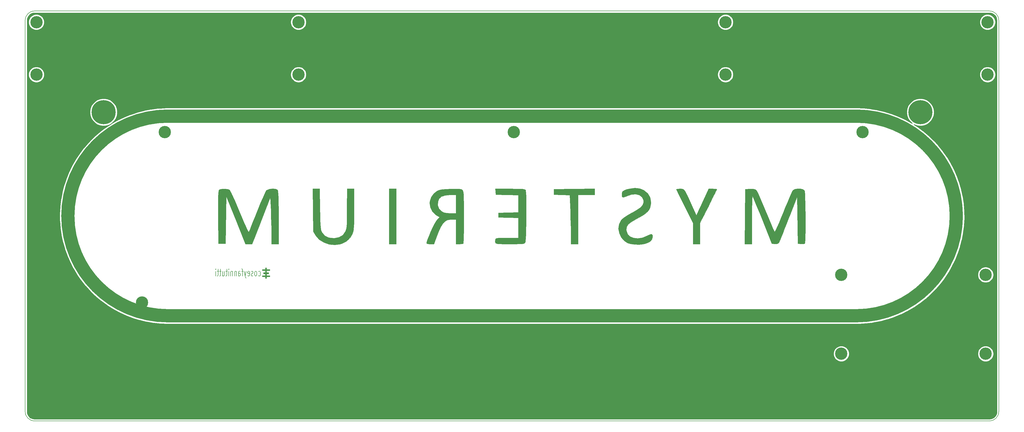
<source format=gbr>
G04 #@! TF.GenerationSoftware,KiCad,Pcbnew,(5.1.12)-1*
G04 #@! TF.CreationDate,2022-04-13T19:57:18+05:30*
G04 #@! TF.ProjectId,mysterium-bottom,6d797374-6572-4697-956d-2d626f74746f,rev?*
G04 #@! TF.SameCoordinates,Original*
G04 #@! TF.FileFunction,Copper,L2,Bot*
G04 #@! TF.FilePolarity,Positive*
%FSLAX46Y46*%
G04 Gerber Fmt 4.6, Leading zero omitted, Abs format (unit mm)*
G04 Created by KiCad (PCBNEW (5.1.12)-1) date 2022-04-13 19:57:18*
%MOMM*%
%LPD*%
G01*
G04 APERTURE LIST*
G04 #@! TA.AperFunction,NonConductor*
%ADD10C,0.200000*%
G04 #@! TD*
G04 #@! TA.AperFunction,Profile*
%ADD11C,0.150000*%
G04 #@! TD*
G04 #@! TA.AperFunction,EtchedComponent*
%ADD12C,0.010000*%
G04 #@! TD*
G04 #@! TA.AperFunction,EtchedComponent*
%ADD13C,4.700000*%
G04 #@! TD*
G04 #@! TA.AperFunction,ComponentPad*
%ADD14C,8.600000*%
G04 #@! TD*
G04 #@! TA.AperFunction,ComponentPad*
%ADD15C,4.400000*%
G04 #@! TD*
G04 #@! TA.AperFunction,Conductor*
%ADD16C,0.254000*%
G04 #@! TD*
G04 #@! TA.AperFunction,Conductor*
%ADD17C,2.000000*%
G04 #@! TD*
G04 APERTURE END LIST*
D10*
X119833114Y-155494704D02*
X119975971Y-155613752D01*
X120261685Y-155613752D01*
X120404542Y-155494704D01*
X120475971Y-155375657D01*
X120547400Y-155137561D01*
X120547400Y-154423276D01*
X120475971Y-154185180D01*
X120404542Y-154066133D01*
X120261685Y-153947085D01*
X119975971Y-153947085D01*
X119833114Y-154066133D01*
X118975971Y-155613752D02*
X119118828Y-155494704D01*
X119190257Y-155375657D01*
X119261685Y-155137561D01*
X119261685Y-154423276D01*
X119190257Y-154185180D01*
X119118828Y-154066133D01*
X118975971Y-153947085D01*
X118761685Y-153947085D01*
X118618828Y-154066133D01*
X118547400Y-154185180D01*
X118475971Y-154423276D01*
X118475971Y-155137561D01*
X118547400Y-155375657D01*
X118618828Y-155494704D01*
X118761685Y-155613752D01*
X118975971Y-155613752D01*
X117904542Y-155494704D02*
X117761685Y-155613752D01*
X117475971Y-155613752D01*
X117333114Y-155494704D01*
X117261685Y-155256609D01*
X117261685Y-155137561D01*
X117333114Y-154899466D01*
X117475971Y-154780419D01*
X117690257Y-154780419D01*
X117833114Y-154661371D01*
X117904542Y-154423276D01*
X117904542Y-154304228D01*
X117833114Y-154066133D01*
X117690257Y-153947085D01*
X117475971Y-153947085D01*
X117333114Y-154066133D01*
X116047400Y-155494704D02*
X116190257Y-155613752D01*
X116475971Y-155613752D01*
X116618828Y-155494704D01*
X116690257Y-155256609D01*
X116690257Y-154304228D01*
X116618828Y-154066133D01*
X116475971Y-153947085D01*
X116190257Y-153947085D01*
X116047400Y-154066133D01*
X115975971Y-154304228D01*
X115975971Y-154542323D01*
X116690257Y-154780419D01*
X115475971Y-153947085D02*
X115118828Y-155613752D01*
X114761685Y-153947085D02*
X115118828Y-155613752D01*
X115261685Y-156208990D01*
X115333114Y-156328038D01*
X115475971Y-156447085D01*
X114404542Y-153947085D02*
X113833114Y-153947085D01*
X114190257Y-155613752D02*
X114190257Y-153470895D01*
X114118828Y-153232800D01*
X113975971Y-153113752D01*
X113833114Y-153113752D01*
X112690257Y-155613752D02*
X112690257Y-154304228D01*
X112761685Y-154066133D01*
X112904542Y-153947085D01*
X113190257Y-153947085D01*
X113333114Y-154066133D01*
X112690257Y-155494704D02*
X112833114Y-155613752D01*
X113190257Y-155613752D01*
X113333114Y-155494704D01*
X113404542Y-155256609D01*
X113404542Y-155018514D01*
X113333114Y-154780419D01*
X113190257Y-154661371D01*
X112833114Y-154661371D01*
X112690257Y-154542323D01*
X111975971Y-153947085D02*
X111975971Y-155613752D01*
X111975971Y-154185180D02*
X111904542Y-154066133D01*
X111761685Y-153947085D01*
X111547400Y-153947085D01*
X111404542Y-154066133D01*
X111333114Y-154304228D01*
X111333114Y-155613752D01*
X110618828Y-153947085D02*
X110618828Y-155613752D01*
X110618828Y-154185180D02*
X110547400Y-154066133D01*
X110404542Y-153947085D01*
X110190257Y-153947085D01*
X110047400Y-154066133D01*
X109975971Y-154304228D01*
X109975971Y-155613752D01*
X109261685Y-155613752D02*
X109261685Y-153947085D01*
X109261685Y-153113752D02*
X109333114Y-153232800D01*
X109261685Y-153351847D01*
X109190257Y-153232800D01*
X109261685Y-153113752D01*
X109261685Y-153351847D01*
X108761685Y-153947085D02*
X108190257Y-153947085D01*
X108547400Y-153113752D02*
X108547400Y-155256609D01*
X108475971Y-155494704D01*
X108333114Y-155613752D01*
X108190257Y-155613752D01*
X107047400Y-153947085D02*
X107047400Y-155613752D01*
X107690257Y-153947085D02*
X107690257Y-155256609D01*
X107618828Y-155494704D01*
X107475971Y-155613752D01*
X107261685Y-155613752D01*
X107118828Y-155494704D01*
X107047400Y-155375657D01*
X106547400Y-153947085D02*
X105975971Y-153947085D01*
X106333114Y-153113752D02*
X106333114Y-155256609D01*
X106261685Y-155494704D01*
X106118828Y-155613752D01*
X105975971Y-155613752D01*
X105690257Y-153947085D02*
X105118828Y-153947085D01*
X105475971Y-153113752D02*
X105475971Y-155256609D01*
X105404542Y-155494704D01*
X105261685Y-155613752D01*
X105118828Y-155613752D01*
X104618828Y-155613752D02*
X104618828Y-153947085D01*
X104618828Y-153113752D02*
X104690257Y-153232800D01*
X104618828Y-153351847D01*
X104547400Y-153232800D01*
X104618828Y-153113752D01*
X104618828Y-153351847D01*
D11*
X384213099Y-204169841D02*
G75*
G02*
X380909040Y-207479900I-3307059J-3000D01*
G01*
X380903041Y-60863401D02*
G75*
G02*
X384213100Y-64167460I3000J-3307059D01*
G01*
X36550601Y-64173459D02*
G75*
G02*
X39854660Y-60863400I3307059J3000D01*
G01*
X39860659Y-207479899D02*
G75*
G02*
X36550600Y-204175840I-3000J3307059D01*
G01*
X384213100Y-64167460D02*
X384213099Y-204169841D01*
X380909040Y-207479900D02*
X39860659Y-207479899D01*
X36550600Y-204175840D02*
X36550601Y-64173459D01*
X39854660Y-60863400D02*
X380903041Y-60863400D01*
D12*
G36*
X122749734Y-155928577D02*
G01*
X123319117Y-155926400D01*
X123888500Y-155924224D01*
X123888500Y-155517824D01*
X122749734Y-155513472D01*
X122749734Y-154853191D01*
X123469401Y-154853191D01*
X123469401Y-154421391D01*
X122749734Y-154421391D01*
X122749734Y-153744177D01*
X123319117Y-153742000D01*
X123888500Y-153739824D01*
X123890763Y-153526041D01*
X123893025Y-153312258D01*
X122749734Y-153312258D01*
X122749734Y-152694191D01*
X122309467Y-152694191D01*
X122309467Y-153312258D01*
X121174934Y-153312258D01*
X121174934Y-153744057D01*
X122309467Y-153744057D01*
X122309467Y-154421391D01*
X121598267Y-154421391D01*
X121598267Y-154853191D01*
X122309467Y-154853191D01*
X122309467Y-155513591D01*
X121174934Y-155513591D01*
X121174934Y-155928457D01*
X122309248Y-155928457D01*
X122313700Y-156516891D01*
X122531717Y-156519150D01*
X122749734Y-156521410D01*
X122749734Y-155928577D01*
G37*
X122749734Y-155928577D02*
X123319117Y-155926400D01*
X123888500Y-155924224D01*
X123888500Y-155517824D01*
X122749734Y-155513472D01*
X122749734Y-154853191D01*
X123469401Y-154853191D01*
X123469401Y-154421391D01*
X122749734Y-154421391D01*
X122749734Y-153744177D01*
X123319117Y-153742000D01*
X123888500Y-153739824D01*
X123890763Y-153526041D01*
X123893025Y-153312258D01*
X122749734Y-153312258D01*
X122749734Y-152694191D01*
X122309467Y-152694191D01*
X122309467Y-153312258D01*
X121174934Y-153312258D01*
X121174934Y-153744057D01*
X122309467Y-153744057D01*
X122309467Y-154421391D01*
X121598267Y-154421391D01*
X121598267Y-154853191D01*
X122309467Y-154853191D01*
X122309467Y-155513591D01*
X121174934Y-155513591D01*
X121174934Y-155928457D01*
X122309248Y-155928457D01*
X122313700Y-156516891D01*
X122531717Y-156519150D01*
X122749734Y-156521410D01*
X122749734Y-155928577D01*
G36*
X253690925Y-124223744D02*
G01*
X252437983Y-124377058D01*
X251284421Y-124638608D01*
X250633517Y-124881785D01*
X249926400Y-125358055D01*
X249649794Y-125959299D01*
X249616882Y-126496986D01*
X249654976Y-127187950D01*
X249851320Y-127501332D01*
X250329007Y-127467126D01*
X251211128Y-127115324D01*
X251542514Y-126966191D01*
X253162585Y-126449934D01*
X254649749Y-126383622D01*
X255904357Y-126740316D01*
X256826758Y-127493080D01*
X257298489Y-128522157D01*
X257348324Y-129425598D01*
X257035785Y-130253990D01*
X256302118Y-131072461D01*
X255088571Y-131946137D01*
X253336391Y-132940143D01*
X253291610Y-132963717D01*
X251682320Y-133873450D01*
X250399663Y-134726954D01*
X249556701Y-135447031D01*
X249420361Y-135606977D01*
X248640013Y-137104996D01*
X248401002Y-138732175D01*
X248670767Y-140364748D01*
X249416748Y-141878949D01*
X250606383Y-143151009D01*
X251568435Y-143772082D01*
X252681831Y-144137213D01*
X254162837Y-144347348D01*
X255768574Y-144391135D01*
X257256162Y-144257220D01*
X258030604Y-144074140D01*
X259463117Y-143443871D01*
X260307561Y-142670563D01*
X260592011Y-141728210D01*
X260592190Y-141701238D01*
X260526928Y-140978136D01*
X260257512Y-140681326D01*
X259673496Y-140780941D01*
X258750912Y-141203333D01*
X256958738Y-141898999D01*
X255268468Y-142171543D01*
X253764683Y-142045234D01*
X252531961Y-141544344D01*
X251654882Y-140693144D01*
X251218027Y-139515905D01*
X251184783Y-139032143D01*
X251366309Y-138035761D01*
X251953806Y-137125196D01*
X253011653Y-136234546D01*
X254604227Y-135297907D01*
X255059237Y-135065895D01*
X256946825Y-134046484D01*
X258304286Y-133102100D01*
X259206685Y-132143237D01*
X259729089Y-131080386D01*
X259946564Y-129824040D01*
X259965030Y-129216311D01*
X259691174Y-127522118D01*
X258866041Y-126122481D01*
X257484280Y-125009075D01*
X257140277Y-124819809D01*
X256182520Y-124398499D01*
X255259409Y-124208854D01*
X254084063Y-124201299D01*
X253690925Y-124223744D01*
G37*
X253690925Y-124223744D02*
X252437983Y-124377058D01*
X251284421Y-124638608D01*
X250633517Y-124881785D01*
X249926400Y-125358055D01*
X249649794Y-125959299D01*
X249616882Y-126496986D01*
X249654976Y-127187950D01*
X249851320Y-127501332D01*
X250329007Y-127467126D01*
X251211128Y-127115324D01*
X251542514Y-126966191D01*
X253162585Y-126449934D01*
X254649749Y-126383622D01*
X255904357Y-126740316D01*
X256826758Y-127493080D01*
X257298489Y-128522157D01*
X257348324Y-129425598D01*
X257035785Y-130253990D01*
X256302118Y-131072461D01*
X255088571Y-131946137D01*
X253336391Y-132940143D01*
X253291610Y-132963717D01*
X251682320Y-133873450D01*
X250399663Y-134726954D01*
X249556701Y-135447031D01*
X249420361Y-135606977D01*
X248640013Y-137104996D01*
X248401002Y-138732175D01*
X248670767Y-140364748D01*
X249416748Y-141878949D01*
X250606383Y-143151009D01*
X251568435Y-143772082D01*
X252681831Y-144137213D01*
X254162837Y-144347348D01*
X255768574Y-144391135D01*
X257256162Y-144257220D01*
X258030604Y-144074140D01*
X259463117Y-143443871D01*
X260307561Y-142670563D01*
X260592011Y-141728210D01*
X260592190Y-141701238D01*
X260526928Y-140978136D01*
X260257512Y-140681326D01*
X259673496Y-140780941D01*
X258750912Y-141203333D01*
X256958738Y-141898999D01*
X255268468Y-142171543D01*
X253764683Y-142045234D01*
X252531961Y-141544344D01*
X251654882Y-140693144D01*
X251218027Y-139515905D01*
X251184783Y-139032143D01*
X251366309Y-138035761D01*
X251953806Y-137125196D01*
X253011653Y-136234546D01*
X254604227Y-135297907D01*
X255059237Y-135065895D01*
X256946825Y-134046484D01*
X258304286Y-133102100D01*
X259206685Y-132143237D01*
X259729089Y-131080386D01*
X259946564Y-129824040D01*
X259965030Y-129216311D01*
X259691174Y-127522118D01*
X258866041Y-126122481D01*
X257484280Y-125009075D01*
X257140277Y-124819809D01*
X256182520Y-124398499D01*
X255259409Y-124208854D01*
X254084063Y-124201299D01*
X253690925Y-124223744D01*
G36*
X151459378Y-131427822D02*
G01*
X151451882Y-133750421D01*
X151430098Y-135538162D01*
X151387319Y-136883303D01*
X151316840Y-137878102D01*
X151211954Y-138614815D01*
X151065956Y-139185700D01*
X150872140Y-139683014D01*
X150856859Y-139716903D01*
X149960841Y-141001607D01*
X148659586Y-141809809D01*
X146961119Y-142136754D01*
X146762561Y-142142927D01*
X144965456Y-141934229D01*
X143557924Y-141235767D01*
X142610395Y-140171174D01*
X142383629Y-139777382D01*
X142209457Y-139360506D01*
X142079491Y-138832982D01*
X141985343Y-138107248D01*
X141918624Y-137095742D01*
X141870945Y-135710901D01*
X141833918Y-133865162D01*
X141802821Y-131741402D01*
X141703575Y-124450662D01*
X139196256Y-124450662D01*
X139294840Y-132080630D01*
X139393425Y-139710599D01*
X140336964Y-141235681D01*
X141549589Y-142628404D01*
X143169820Y-143659900D01*
X145066377Y-144289771D01*
X147107980Y-144477623D01*
X149163349Y-144183059D01*
X149544990Y-144069091D01*
X151267938Y-143188479D01*
X152655905Y-141816359D01*
X153380401Y-140600044D01*
X153567267Y-140135168D01*
X153709939Y-139593451D01*
X153814318Y-138887502D01*
X153886307Y-137929929D01*
X153931807Y-136633339D01*
X153956718Y-134910340D01*
X153966942Y-132673541D01*
X153968020Y-131898193D01*
X153974906Y-124450662D01*
X151466264Y-124450662D01*
X151459378Y-131427822D01*
G37*
X151459378Y-131427822D02*
X151451882Y-133750421D01*
X151430098Y-135538162D01*
X151387319Y-136883303D01*
X151316840Y-137878102D01*
X151211954Y-138614815D01*
X151065956Y-139185700D01*
X150872140Y-139683014D01*
X150856859Y-139716903D01*
X149960841Y-141001607D01*
X148659586Y-141809809D01*
X146961119Y-142136754D01*
X146762561Y-142142927D01*
X144965456Y-141934229D01*
X143557924Y-141235767D01*
X142610395Y-140171174D01*
X142383629Y-139777382D01*
X142209457Y-139360506D01*
X142079491Y-138832982D01*
X141985343Y-138107248D01*
X141918624Y-137095742D01*
X141870945Y-135710901D01*
X141833918Y-133865162D01*
X141802821Y-131741402D01*
X141703575Y-124450662D01*
X139196256Y-124450662D01*
X139294840Y-132080630D01*
X139393425Y-139710599D01*
X140336964Y-141235681D01*
X141549589Y-142628404D01*
X143169820Y-143659900D01*
X145066377Y-144289771D01*
X147107980Y-144477623D01*
X149163349Y-144183059D01*
X149544990Y-144069091D01*
X151267938Y-143188479D01*
X152655905Y-141816359D01*
X153380401Y-140600044D01*
X153567267Y-140135168D01*
X153709939Y-139593451D01*
X153814318Y-138887502D01*
X153886307Y-137929929D01*
X153931807Y-136633339D01*
X153956718Y-134910340D01*
X153966942Y-132673541D01*
X153968020Y-131898193D01*
X153974906Y-124450662D01*
X151466264Y-124450662D01*
X151459378Y-131427822D01*
G36*
X311374242Y-124605533D02*
G01*
X310696746Y-124984297D01*
X310682804Y-124999427D01*
X310433785Y-125434460D01*
X309994274Y-126367456D01*
X309401692Y-127712098D01*
X308693463Y-129382068D01*
X307907010Y-131291049D01*
X307282455Y-132842493D01*
X306481443Y-134821942D01*
X305747412Y-136578514D01*
X305113597Y-138037273D01*
X304613231Y-139123287D01*
X304279549Y-139761619D01*
X304153251Y-139898049D01*
X303977220Y-139552087D01*
X303600956Y-138707404D01*
X303059634Y-137446580D01*
X302388427Y-135852197D01*
X301622510Y-134006836D01*
X301046308Y-132603748D01*
X300218969Y-130607048D01*
X299442421Y-128782618D01*
X298755693Y-127218270D01*
X298197818Y-126001816D01*
X297807829Y-125221065D01*
X297660040Y-124985602D01*
X297189796Y-124645349D01*
X296461295Y-124504005D01*
X295416880Y-124515231D01*
X293674906Y-124607452D01*
X293592044Y-134406835D01*
X293509181Y-144206217D01*
X296026758Y-144206217D01*
X296026758Y-135530497D01*
X296034610Y-133285339D01*
X296056778Y-131272174D01*
X296091182Y-129568039D01*
X296135741Y-128249974D01*
X296188375Y-127395018D01*
X296247002Y-127080208D01*
X296254915Y-127082933D01*
X296425761Y-127422572D01*
X296796063Y-128269813D01*
X297334440Y-129549128D01*
X298009514Y-131184983D01*
X298789906Y-133101850D01*
X299644237Y-135224196D01*
X299826641Y-135680259D01*
X303170210Y-144049427D01*
X304310844Y-144147268D01*
X304966599Y-144169512D01*
X305390662Y-144007805D01*
X305738926Y-143531417D01*
X306167285Y-142609616D01*
X306180529Y-142579366D01*
X306506212Y-141800699D01*
X307012850Y-140546393D01*
X307656853Y-138926395D01*
X308394631Y-137050650D01*
X309182592Y-135029105D01*
X309542861Y-134098736D01*
X312176141Y-127283847D01*
X312489721Y-144049427D01*
X313598460Y-144142746D01*
X314397544Y-144147357D01*
X314899840Y-144036151D01*
X314931176Y-144012088D01*
X315007197Y-143630467D01*
X315067342Y-142717782D01*
X315112121Y-141369918D01*
X315142043Y-139682758D01*
X315157616Y-137752185D01*
X315159350Y-135674083D01*
X315147754Y-133544334D01*
X315123337Y-131458823D01*
X315086607Y-129513433D01*
X315038075Y-127804047D01*
X314978248Y-126426548D01*
X314907637Y-125476820D01*
X314830540Y-125057207D01*
X314303300Y-124655530D01*
X313401910Y-124444275D01*
X312350760Y-124426567D01*
X311374242Y-124605533D01*
G37*
X311374242Y-124605533D02*
X310696746Y-124984297D01*
X310682804Y-124999427D01*
X310433785Y-125434460D01*
X309994274Y-126367456D01*
X309401692Y-127712098D01*
X308693463Y-129382068D01*
X307907010Y-131291049D01*
X307282455Y-132842493D01*
X306481443Y-134821942D01*
X305747412Y-136578514D01*
X305113597Y-138037273D01*
X304613231Y-139123287D01*
X304279549Y-139761619D01*
X304153251Y-139898049D01*
X303977220Y-139552087D01*
X303600956Y-138707404D01*
X303059634Y-137446580D01*
X302388427Y-135852197D01*
X301622510Y-134006836D01*
X301046308Y-132603748D01*
X300218969Y-130607048D01*
X299442421Y-128782618D01*
X298755693Y-127218270D01*
X298197818Y-126001816D01*
X297807829Y-125221065D01*
X297660040Y-124985602D01*
X297189796Y-124645349D01*
X296461295Y-124504005D01*
X295416880Y-124515231D01*
X293674906Y-124607452D01*
X293592044Y-134406835D01*
X293509181Y-144206217D01*
X296026758Y-144206217D01*
X296026758Y-135530497D01*
X296034610Y-133285339D01*
X296056778Y-131272174D01*
X296091182Y-129568039D01*
X296135741Y-128249974D01*
X296188375Y-127395018D01*
X296247002Y-127080208D01*
X296254915Y-127082933D01*
X296425761Y-127422572D01*
X296796063Y-128269813D01*
X297334440Y-129549128D01*
X298009514Y-131184983D01*
X298789906Y-133101850D01*
X299644237Y-135224196D01*
X299826641Y-135680259D01*
X303170210Y-144049427D01*
X304310844Y-144147268D01*
X304966599Y-144169512D01*
X305390662Y-144007805D01*
X305738926Y-143531417D01*
X306167285Y-142609616D01*
X306180529Y-142579366D01*
X306506212Y-141800699D01*
X307012850Y-140546393D01*
X307656853Y-138926395D01*
X308394631Y-137050650D01*
X309182592Y-135029105D01*
X309542861Y-134098736D01*
X312176141Y-127283847D01*
X312489721Y-144049427D01*
X313598460Y-144142746D01*
X314397544Y-144147357D01*
X314899840Y-144036151D01*
X314931176Y-144012088D01*
X315007197Y-143630467D01*
X315067342Y-142717782D01*
X315112121Y-141369918D01*
X315142043Y-139682758D01*
X315157616Y-137752185D01*
X315159350Y-135674083D01*
X315147754Y-133544334D01*
X315123337Y-131458823D01*
X315086607Y-129513433D01*
X315038075Y-127804047D01*
X314978248Y-126426548D01*
X314907637Y-125476820D01*
X314830540Y-125057207D01*
X314303300Y-124655530D01*
X313401910Y-124444275D01*
X312350760Y-124426567D01*
X311374242Y-124605533D01*
G36*
X279204743Y-127508069D02*
G01*
X278511160Y-128990959D01*
X277824472Y-130469660D01*
X277246083Y-131725355D01*
X277002797Y-132259503D01*
X276236894Y-133953530D01*
X274893755Y-131005182D01*
X274205847Y-129513088D01*
X273495836Y-128002568D01*
X272876744Y-126713015D01*
X272650524Y-126253748D01*
X272144665Y-125279201D01*
X271753271Y-124739790D01*
X271316091Y-124506859D01*
X270672873Y-124451753D01*
X270404644Y-124450662D01*
X269585695Y-124483901D01*
X269108613Y-124567573D01*
X269058857Y-124610587D01*
X269193039Y-124926032D01*
X269568196Y-125717351D01*
X270143248Y-126900263D01*
X270877114Y-128390487D01*
X271728712Y-130103741D01*
X272037869Y-130722267D01*
X275016882Y-136674021D01*
X275016882Y-144206217D01*
X277525524Y-144206217D01*
X277525524Y-136674021D01*
X280504536Y-130722267D01*
X281386813Y-128952366D01*
X282165330Y-127376831D01*
X282799005Y-126079944D01*
X283246757Y-125145986D01*
X283467505Y-124659237D01*
X283483548Y-124610587D01*
X283202916Y-124515465D01*
X282492417Y-124458196D01*
X282062167Y-124450662D01*
X280640785Y-124450662D01*
X279204743Y-127508069D01*
G37*
X279204743Y-127508069D02*
X278511160Y-128990959D01*
X277824472Y-130469660D01*
X277246083Y-131725355D01*
X277002797Y-132259503D01*
X276236894Y-133953530D01*
X274893755Y-131005182D01*
X274205847Y-129513088D01*
X273495836Y-128002568D01*
X272876744Y-126713015D01*
X272650524Y-126253748D01*
X272144665Y-125279201D01*
X271753271Y-124739790D01*
X271316091Y-124506859D01*
X270672873Y-124451753D01*
X270404644Y-124450662D01*
X269585695Y-124483901D01*
X269108613Y-124567573D01*
X269058857Y-124610587D01*
X269193039Y-124926032D01*
X269568196Y-125717351D01*
X270143248Y-126900263D01*
X270877114Y-128390487D01*
X271728712Y-130103741D01*
X272037869Y-130722267D01*
X275016882Y-136674021D01*
X275016882Y-144206217D01*
X277525524Y-144206217D01*
X277525524Y-136674021D01*
X280504536Y-130722267D01*
X281386813Y-128952366D01*
X282165330Y-127376831D01*
X282799005Y-126079944D01*
X283246757Y-125145986D01*
X283467505Y-124659237D01*
X283483548Y-124610587D01*
X283202916Y-124515465D01*
X282492417Y-124458196D01*
X282062167Y-124450662D01*
X280640785Y-124450662D01*
X279204743Y-127508069D01*
G36*
X232605153Y-124523277D02*
G01*
X225314413Y-124607452D01*
X225314413Y-126488933D01*
X228165836Y-126578445D01*
X231017259Y-126667956D01*
X231222357Y-132536469D01*
X231290334Y-134644537D01*
X231348898Y-136771661D01*
X231393999Y-138745375D01*
X231421584Y-140393216D01*
X231428341Y-141305600D01*
X231429227Y-144206217D01*
X233937869Y-144206217D01*
X233937869Y-126645723D01*
X239895894Y-126645723D01*
X239895894Y-124439103D01*
X232605153Y-124523277D01*
G37*
X232605153Y-124523277D02*
X225314413Y-124607452D01*
X225314413Y-126488933D01*
X228165836Y-126578445D01*
X231017259Y-126667956D01*
X231222357Y-132536469D01*
X231290334Y-134644537D01*
X231348898Y-136771661D01*
X231393999Y-138745375D01*
X231421584Y-140393216D01*
X231428341Y-141305600D01*
X231429227Y-144206217D01*
X233937869Y-144206217D01*
X233937869Y-126645723D01*
X239895894Y-126645723D01*
X239895894Y-124439103D01*
X232605153Y-124523277D01*
G36*
X204519853Y-125469798D02*
G01*
X204618116Y-126488933D01*
X208616264Y-126576697D01*
X212614413Y-126664461D01*
X212614413Y-132896788D01*
X209086635Y-132985453D01*
X205558857Y-133074119D01*
X205558857Y-134642020D01*
X212614413Y-134819350D01*
X212614413Y-142011156D01*
X208560862Y-142011156D01*
X206885678Y-142019406D01*
X205736166Y-142053049D01*
X205010952Y-142125420D01*
X204608666Y-142249857D01*
X204427932Y-142439696D01*
X204389688Y-142559921D01*
X204357732Y-143361008D01*
X204403269Y-143657452D01*
X204505315Y-143862197D01*
X204758433Y-144009033D01*
X205252974Y-144107390D01*
X206079288Y-144166698D01*
X207327724Y-144196388D01*
X209088634Y-144205890D01*
X209660941Y-144206217D01*
X211572317Y-144201219D01*
X212951545Y-144179179D01*
X213893607Y-144129529D01*
X214493481Y-144041701D01*
X214846148Y-143905125D01*
X215046587Y-143709233D01*
X215112022Y-143599672D01*
X215190912Y-143147011D01*
X215260511Y-142166465D01*
X215320102Y-140757250D01*
X215368973Y-139018583D01*
X215406408Y-137049680D01*
X215431694Y-134949757D01*
X215444116Y-132818031D01*
X215442960Y-130753719D01*
X215427512Y-128856037D01*
X215397058Y-127224201D01*
X215350883Y-125957429D01*
X215288274Y-125154936D01*
X215246295Y-124946679D01*
X215098642Y-124762508D01*
X214760532Y-124629402D01*
X214144813Y-124539514D01*
X213164333Y-124484994D01*
X211731938Y-124457993D01*
X209760478Y-124450662D01*
X204421590Y-124450662D01*
X204519853Y-125469798D01*
G37*
X204519853Y-125469798D02*
X204618116Y-126488933D01*
X208616264Y-126576697D01*
X212614413Y-126664461D01*
X212614413Y-132896788D01*
X209086635Y-132985453D01*
X205558857Y-133074119D01*
X205558857Y-134642020D01*
X212614413Y-134819350D01*
X212614413Y-142011156D01*
X208560862Y-142011156D01*
X206885678Y-142019406D01*
X205736166Y-142053049D01*
X205010952Y-142125420D01*
X204608666Y-142249857D01*
X204427932Y-142439696D01*
X204389688Y-142559921D01*
X204357732Y-143361008D01*
X204403269Y-143657452D01*
X204505315Y-143862197D01*
X204758433Y-144009033D01*
X205252974Y-144107390D01*
X206079288Y-144166698D01*
X207327724Y-144196388D01*
X209088634Y-144205890D01*
X209660941Y-144206217D01*
X211572317Y-144201219D01*
X212951545Y-144179179D01*
X213893607Y-144129529D01*
X214493481Y-144041701D01*
X214846148Y-143905125D01*
X215046587Y-143709233D01*
X215112022Y-143599672D01*
X215190912Y-143147011D01*
X215260511Y-142166465D01*
X215320102Y-140757250D01*
X215368973Y-139018583D01*
X215406408Y-137049680D01*
X215431694Y-134949757D01*
X215444116Y-132818031D01*
X215442960Y-130753719D01*
X215427512Y-128856037D01*
X215397058Y-127224201D01*
X215350883Y-125957429D01*
X215288274Y-125154936D01*
X215246295Y-124946679D01*
X215098642Y-124762508D01*
X214760532Y-124629402D01*
X214144813Y-124539514D01*
X213164333Y-124484994D01*
X211731938Y-124457993D01*
X209760478Y-124450662D01*
X204421590Y-124450662D01*
X204519853Y-125469798D01*
G36*
X188966197Y-124491568D02*
G01*
X188609486Y-124501370D01*
X186855193Y-124571892D01*
X185583339Y-124682208D01*
X184649463Y-124854023D01*
X183909103Y-125109041D01*
X183608240Y-125252782D01*
X182489609Y-126128465D01*
X181587636Y-127386416D01*
X181044374Y-128793667D01*
X180949694Y-129612785D01*
X181223284Y-131101021D01*
X181937146Y-132511683D01*
X182962383Y-133615662D01*
X183346754Y-133873440D01*
X184548980Y-134564971D01*
X183570925Y-135601401D01*
X183142604Y-136203960D01*
X182591656Y-137187961D01*
X181974592Y-138424739D01*
X181347922Y-139785630D01*
X180768157Y-141141971D01*
X180291807Y-142365097D01*
X179975384Y-143326344D01*
X179875397Y-143897048D01*
X179894894Y-143971032D01*
X180272353Y-144122255D01*
X181027496Y-144202370D01*
X181247480Y-144206217D01*
X182455880Y-144206217D01*
X183313680Y-141932761D01*
X184190499Y-139728324D01*
X184974992Y-138064263D01*
X185725178Y-136872078D01*
X186499069Y-136083270D01*
X187354683Y-135629339D01*
X188350034Y-135441786D01*
X188824603Y-135425970D01*
X190350215Y-135425970D01*
X190350215Y-144206217D01*
X191552273Y-144206217D01*
X192380941Y-144156121D01*
X192911394Y-144032175D01*
X192963384Y-143997164D01*
X193016616Y-143641813D01*
X193064852Y-142739468D01*
X193106297Y-141370283D01*
X193139161Y-139614417D01*
X193161648Y-137552027D01*
X193171968Y-135263268D01*
X193172437Y-134649691D01*
X193169069Y-133230909D01*
X190350215Y-133230909D01*
X188358317Y-133230909D01*
X187034403Y-133166336D01*
X186079677Y-132933843D01*
X185305049Y-132515652D01*
X184284068Y-131543040D01*
X183834662Y-130351386D01*
X183895019Y-129030155D01*
X184334153Y-127933875D01*
X185201927Y-127188201D01*
X186544279Y-126767899D01*
X188233548Y-126646896D01*
X190350215Y-126645723D01*
X190350215Y-133230909D01*
X193169069Y-133230909D01*
X193165752Y-131834271D01*
X193144093Y-129588783D01*
X193105058Y-127856121D01*
X193046244Y-126579181D01*
X192965249Y-125700861D01*
X192859669Y-125164055D01*
X192764424Y-124953280D01*
X192522853Y-124715685D01*
X192137273Y-124563227D01*
X191492657Y-124483395D01*
X190473975Y-124463680D01*
X188966197Y-124491568D01*
G37*
X188966197Y-124491568D02*
X188609486Y-124501370D01*
X186855193Y-124571892D01*
X185583339Y-124682208D01*
X184649463Y-124854023D01*
X183909103Y-125109041D01*
X183608240Y-125252782D01*
X182489609Y-126128465D01*
X181587636Y-127386416D01*
X181044374Y-128793667D01*
X180949694Y-129612785D01*
X181223284Y-131101021D01*
X181937146Y-132511683D01*
X182962383Y-133615662D01*
X183346754Y-133873440D01*
X184548980Y-134564971D01*
X183570925Y-135601401D01*
X183142604Y-136203960D01*
X182591656Y-137187961D01*
X181974592Y-138424739D01*
X181347922Y-139785630D01*
X180768157Y-141141971D01*
X180291807Y-142365097D01*
X179975384Y-143326344D01*
X179875397Y-143897048D01*
X179894894Y-143971032D01*
X180272353Y-144122255D01*
X181027496Y-144202370D01*
X181247480Y-144206217D01*
X182455880Y-144206217D01*
X183313680Y-141932761D01*
X184190499Y-139728324D01*
X184974992Y-138064263D01*
X185725178Y-136872078D01*
X186499069Y-136083270D01*
X187354683Y-135629339D01*
X188350034Y-135441786D01*
X188824603Y-135425970D01*
X190350215Y-135425970D01*
X190350215Y-144206217D01*
X191552273Y-144206217D01*
X192380941Y-144156121D01*
X192911394Y-144032175D01*
X192963384Y-143997164D01*
X193016616Y-143641813D01*
X193064852Y-142739468D01*
X193106297Y-141370283D01*
X193139161Y-139614417D01*
X193161648Y-137552027D01*
X193171968Y-135263268D01*
X193172437Y-134649691D01*
X193169069Y-133230909D01*
X190350215Y-133230909D01*
X188358317Y-133230909D01*
X187034403Y-133166336D01*
X186079677Y-132933843D01*
X185305049Y-132515652D01*
X184284068Y-131543040D01*
X183834662Y-130351386D01*
X183895019Y-129030155D01*
X184334153Y-127933875D01*
X185201927Y-127188201D01*
X186544279Y-126767899D01*
X188233548Y-126646896D01*
X190350215Y-126645723D01*
X190350215Y-133230909D01*
X193169069Y-133230909D01*
X193165752Y-131834271D01*
X193144093Y-129588783D01*
X193105058Y-127856121D01*
X193046244Y-126579181D01*
X192965249Y-125700861D01*
X192859669Y-125164055D01*
X192764424Y-124953280D01*
X192522853Y-124715685D01*
X192137273Y-124563227D01*
X191492657Y-124483395D01*
X190473975Y-124463680D01*
X188966197Y-124491568D01*
G36*
X166518116Y-144206217D02*
G01*
X169026758Y-144206217D01*
X169026758Y-124450662D01*
X166518116Y-124450662D01*
X166518116Y-144206217D01*
G37*
X166518116Y-144206217D02*
X169026758Y-144206217D01*
X169026758Y-124450662D01*
X166518116Y-124450662D01*
X166518116Y-144206217D01*
G36*
X123922352Y-124530650D02*
G01*
X123019417Y-124794770D01*
X122666370Y-125028334D01*
X122392219Y-125475619D01*
X121933980Y-126419876D01*
X121330719Y-127771958D01*
X120621502Y-129442720D01*
X119845396Y-131343017D01*
X119333917Y-132632655D01*
X118554632Y-134607262D01*
X117841936Y-136388283D01*
X117230117Y-137892030D01*
X116753463Y-139034817D01*
X116446261Y-139732958D01*
X116352070Y-139910551D01*
X116177866Y-139701825D01*
X115804487Y-138984279D01*
X115265412Y-137831501D01*
X114594123Y-136317082D01*
X113824098Y-134514612D01*
X113070761Y-132698205D01*
X112222118Y-130655866D01*
X111424804Y-128796067D01*
X110716173Y-127201322D01*
X110133576Y-125954150D01*
X109714367Y-125137066D01*
X109514790Y-124842637D01*
X108844997Y-124577381D01*
X107875989Y-124463460D01*
X106856006Y-124498404D01*
X106033290Y-124679738D01*
X105717216Y-124880465D01*
X105605554Y-125246563D01*
X105521534Y-126064790D01*
X105464187Y-127369799D01*
X105432547Y-129196247D01*
X105425645Y-131578788D01*
X105442514Y-134552076D01*
X105443634Y-134679848D01*
X105526758Y-144049427D01*
X108035400Y-144049427D01*
X108348980Y-127122573D01*
X111786139Y-135664395D01*
X115223297Y-144206217D01*
X117543937Y-144206217D01*
X119968300Y-138013007D01*
X120753826Y-136006520D01*
X121520123Y-134049499D01*
X122216620Y-132271071D01*
X122792746Y-130800363D01*
X123197930Y-129766500D01*
X123238075Y-129664123D01*
X124083487Y-127508449D01*
X124290925Y-132301018D01*
X124368707Y-134358949D01*
X124433196Y-136562101D01*
X124478314Y-138665829D01*
X124497983Y-140425489D01*
X124498363Y-140649902D01*
X124498363Y-144206217D01*
X127007005Y-144206217D01*
X127007005Y-134704736D01*
X126999490Y-131766103D01*
X126975811Y-129409920D01*
X126934274Y-127591639D01*
X126873180Y-126266717D01*
X126790833Y-125390608D01*
X126685535Y-124918768D01*
X126630709Y-124826958D01*
X125981014Y-124533891D01*
X124993890Y-124439406D01*
X123922352Y-124530650D01*
G37*
X123922352Y-124530650D02*
X123019417Y-124794770D01*
X122666370Y-125028334D01*
X122392219Y-125475619D01*
X121933980Y-126419876D01*
X121330719Y-127771958D01*
X120621502Y-129442720D01*
X119845396Y-131343017D01*
X119333917Y-132632655D01*
X118554632Y-134607262D01*
X117841936Y-136388283D01*
X117230117Y-137892030D01*
X116753463Y-139034817D01*
X116446261Y-139732958D01*
X116352070Y-139910551D01*
X116177866Y-139701825D01*
X115804487Y-138984279D01*
X115265412Y-137831501D01*
X114594123Y-136317082D01*
X113824098Y-134514612D01*
X113070761Y-132698205D01*
X112222118Y-130655866D01*
X111424804Y-128796067D01*
X110716173Y-127201322D01*
X110133576Y-125954150D01*
X109714367Y-125137066D01*
X109514790Y-124842637D01*
X108844997Y-124577381D01*
X107875989Y-124463460D01*
X106856006Y-124498404D01*
X106033290Y-124679738D01*
X105717216Y-124880465D01*
X105605554Y-125246563D01*
X105521534Y-126064790D01*
X105464187Y-127369799D01*
X105432547Y-129196247D01*
X105425645Y-131578788D01*
X105442514Y-134552076D01*
X105443634Y-134679848D01*
X105526758Y-144049427D01*
X108035400Y-144049427D01*
X108348980Y-127122573D01*
X111786139Y-135664395D01*
X115223297Y-144206217D01*
X117543937Y-144206217D01*
X119968300Y-138013007D01*
X120753826Y-136006520D01*
X121520123Y-134049499D01*
X122216620Y-132271071D01*
X122792746Y-130800363D01*
X123197930Y-129766500D01*
X123238075Y-129664123D01*
X124083487Y-127508449D01*
X124290925Y-132301018D01*
X124368707Y-134358949D01*
X124433196Y-136562101D01*
X124478314Y-138665829D01*
X124497983Y-140425489D01*
X124498363Y-140649902D01*
X124498363Y-144206217D01*
X127007005Y-144206217D01*
X127007005Y-134704736D01*
X126999490Y-131766103D01*
X126975811Y-129409920D01*
X126934274Y-127591639D01*
X126873180Y-126266717D01*
X126790833Y-125390608D01*
X126685535Y-124918768D01*
X126630709Y-124826958D01*
X125981014Y-124533891D01*
X124993890Y-124439406D01*
X123922352Y-124530650D01*
D13*
X333349351Y-98471649D02*
X87489351Y-98471649D01*
X333349351Y-169871649D02*
X87489351Y-169871649D01*
X87489351Y-98471649D02*
G75*
G03*
X87489351Y-169871649I0J-35700000D01*
G01*
X333349351Y-169871649D02*
G75*
G03*
X333349351Y-98471649I0J35700000D01*
G01*
D14*
X356213100Y-97053400D03*
X64550600Y-97053400D03*
D15*
X286626300Y-83613400D03*
X134137400Y-83613400D03*
X286626300Y-64863400D03*
X40550600Y-64863400D03*
X379523512Y-183454800D03*
X327986788Y-183454800D03*
X379523512Y-155219400D03*
X327986788Y-155219400D03*
X78257400Y-165125400D03*
X86360000Y-104152700D03*
X335597500Y-104152700D03*
X211018120Y-192186560D03*
X211016251Y-104152700D03*
X134137400Y-64863400D03*
X380213100Y-64863400D03*
X380213100Y-83613400D03*
X40550600Y-83613400D03*
D16*
X381407508Y-61625744D02*
X381892232Y-61771612D01*
X382339387Y-62008847D01*
X382731949Y-62328421D01*
X383054962Y-62718155D01*
X383296123Y-63163208D01*
X383446248Y-63646629D01*
X383503101Y-64182877D01*
X383503099Y-204135438D01*
X383450756Y-204674309D01*
X383304888Y-205159032D01*
X383067652Y-205606188D01*
X382748079Y-205998749D01*
X382358343Y-206321763D01*
X381913292Y-206562923D01*
X381429871Y-206713048D01*
X380893623Y-206769901D01*
X39895062Y-206769899D01*
X39356191Y-206717556D01*
X38871468Y-206571688D01*
X38424312Y-206334452D01*
X38031751Y-206014879D01*
X37708737Y-205625143D01*
X37467577Y-205180092D01*
X37317452Y-204696671D01*
X37260599Y-204160423D01*
X37260599Y-183175577D01*
X325151788Y-183175577D01*
X325151788Y-183734023D01*
X325260736Y-184281739D01*
X325474444Y-184797676D01*
X325784700Y-185262007D01*
X326179581Y-185656888D01*
X326643912Y-185967144D01*
X327159849Y-186180852D01*
X327707565Y-186289800D01*
X328266011Y-186289800D01*
X328813727Y-186180852D01*
X329329664Y-185967144D01*
X329793995Y-185656888D01*
X330188876Y-185262007D01*
X330499132Y-184797676D01*
X330712840Y-184281739D01*
X330821788Y-183734023D01*
X330821788Y-183175577D01*
X376688512Y-183175577D01*
X376688512Y-183734023D01*
X376797460Y-184281739D01*
X377011168Y-184797676D01*
X377321424Y-185262007D01*
X377716305Y-185656888D01*
X378180636Y-185967144D01*
X378696573Y-186180852D01*
X379244289Y-186289800D01*
X379802735Y-186289800D01*
X380350451Y-186180852D01*
X380866388Y-185967144D01*
X381330719Y-185656888D01*
X381725600Y-185262007D01*
X382035856Y-184797676D01*
X382249564Y-184281739D01*
X382358512Y-183734023D01*
X382358512Y-183175577D01*
X382249564Y-182627861D01*
X382035856Y-182111924D01*
X381725600Y-181647593D01*
X381330719Y-181252712D01*
X380866388Y-180942456D01*
X380350451Y-180728748D01*
X379802735Y-180619800D01*
X379244289Y-180619800D01*
X378696573Y-180728748D01*
X378180636Y-180942456D01*
X377716305Y-181252712D01*
X377321424Y-181647593D01*
X377011168Y-182111924D01*
X376797460Y-182627861D01*
X376688512Y-183175577D01*
X330821788Y-183175577D01*
X330712840Y-182627861D01*
X330499132Y-182111924D01*
X330188876Y-181647593D01*
X329793995Y-181252712D01*
X329329664Y-180942456D01*
X328813727Y-180728748D01*
X328266011Y-180619800D01*
X327707565Y-180619800D01*
X327159849Y-180728748D01*
X326643912Y-180942456D01*
X326179581Y-181252712D01*
X325784700Y-181647593D01*
X325474444Y-182111924D01*
X325260736Y-182627861D01*
X325151788Y-183175577D01*
X37260599Y-183175577D01*
X37260599Y-133387537D01*
X48812404Y-133387537D01*
X48812404Y-133460473D01*
X48841325Y-135827576D01*
X48844161Y-135890022D01*
X48845470Y-135952533D01*
X48850304Y-136025308D01*
X49036038Y-138385289D01*
X49043004Y-138447388D01*
X49048455Y-138509699D01*
X49058102Y-138581994D01*
X49399834Y-140924477D01*
X49410900Y-140985981D01*
X49420469Y-141047789D01*
X49434885Y-141119286D01*
X49931111Y-143433972D01*
X49946232Y-143494617D01*
X49959873Y-143555645D01*
X49978996Y-143626029D01*
X50627534Y-145902739D01*
X50646649Y-145962276D01*
X50664297Y-146022237D01*
X50688042Y-146091199D01*
X51486040Y-148319924D01*
X51509046Y-148378030D01*
X51530642Y-148436726D01*
X51558906Y-148503963D01*
X52502857Y-150674900D01*
X52529675Y-150731378D01*
X52555101Y-150788486D01*
X52587750Y-150853684D01*
X52587759Y-150853703D01*
X52587766Y-150853715D01*
X53673510Y-152957308D01*
X53704016Y-153011891D01*
X53733168Y-153067183D01*
X53770076Y-153130091D01*
X54992855Y-155157115D01*
X55026900Y-155209540D01*
X55059663Y-155262795D01*
X55100659Y-155323119D01*
X56455088Y-157264647D01*
X56492530Y-157314697D01*
X56528752Y-157365666D01*
X56573656Y-157423140D01*
X58053779Y-159270637D01*
X58094462Y-159318103D01*
X58133979Y-159366555D01*
X58182593Y-159420926D01*
X59781903Y-161166267D01*
X59825644Y-161210934D01*
X59868282Y-161256657D01*
X59920392Y-161307687D01*
X61631858Y-162943199D01*
X61678465Y-162984870D01*
X61724037Y-163027665D01*
X61779414Y-163075130D01*
X63595509Y-164593621D01*
X63644769Y-164632107D01*
X63693083Y-164671793D01*
X63751484Y-164715483D01*
X65664223Y-166110276D01*
X65715913Y-166145405D01*
X65766764Y-166181810D01*
X65827933Y-166221533D01*
X67828905Y-167486494D01*
X67882819Y-167518125D01*
X67935960Y-167551074D01*
X67999627Y-167586656D01*
X70080034Y-168716224D01*
X70135914Y-168744207D01*
X70191133Y-168773567D01*
X70257018Y-168804852D01*
X72407711Y-169794061D01*
X72465353Y-169818291D01*
X72522369Y-169843915D01*
X72590183Y-169870765D01*
X74801705Y-170715262D01*
X74860797Y-170735609D01*
X74919413Y-170757408D01*
X74988857Y-170779704D01*
X77251486Y-171475780D01*
X77311821Y-171492172D01*
X77371730Y-171510032D01*
X77442499Y-171527677D01*
X79746286Y-172072269D01*
X79807557Y-172084623D01*
X79868534Y-172098477D01*
X79940317Y-172111392D01*
X82275131Y-172502107D01*
X82337109Y-172510377D01*
X82398848Y-172520155D01*
X82471329Y-172528285D01*
X84826905Y-172763402D01*
X84889290Y-172767546D01*
X84951544Y-172773211D01*
X85024404Y-172776520D01*
X87293371Y-172851790D01*
X87342708Y-172856649D01*
X333495994Y-172856649D01*
X333514182Y-172854858D01*
X334258048Y-172845769D01*
X334289275Y-172844351D01*
X334320548Y-172844351D01*
X334393408Y-172841042D01*
X336756762Y-172704772D01*
X336818998Y-172699108D01*
X336881403Y-172694963D01*
X336953884Y-172686833D01*
X339303011Y-172394234D01*
X339364738Y-172384457D01*
X339426728Y-172376186D01*
X339498511Y-172363270D01*
X341823082Y-171915628D01*
X341884047Y-171901777D01*
X341945330Y-171889420D01*
X342016089Y-171871778D01*
X342016100Y-171871775D01*
X342016107Y-171871773D01*
X344305893Y-171271059D01*
X344365790Y-171253203D01*
X344426137Y-171236807D01*
X344495581Y-171214511D01*
X346740527Y-170463362D01*
X346799127Y-170441569D01*
X346858236Y-170421216D01*
X346926050Y-170394367D01*
X349116280Y-169496088D01*
X349173310Y-169470458D01*
X349230936Y-169446234D01*
X349296803Y-169414957D01*
X349296822Y-169414949D01*
X349296834Y-169414943D01*
X351422704Y-168373491D01*
X351477913Y-168344136D01*
X351533805Y-168316147D01*
X351597472Y-168280565D01*
X353649659Y-167100505D01*
X353702779Y-167067569D01*
X353756715Y-167035925D01*
X353817884Y-166996201D01*
X355787352Y-165682729D01*
X355838176Y-165646342D01*
X355889892Y-165611196D01*
X355948294Y-165567506D01*
X357826382Y-164126398D01*
X357874683Y-164086723D01*
X357923957Y-164048226D01*
X357979335Y-164000762D01*
X359757788Y-162438353D01*
X359803372Y-162395546D01*
X359849968Y-162353885D01*
X359902078Y-162302855D01*
X361573073Y-160626016D01*
X361615699Y-160580305D01*
X361659451Y-160535627D01*
X361708065Y-160481255D01*
X363264255Y-158697361D01*
X363303763Y-158648919D01*
X363344454Y-158601444D01*
X363389357Y-158543970D01*
X364823901Y-156660863D01*
X364860118Y-156609901D01*
X364897566Y-156559843D01*
X364938562Y-156499520D01*
X365970669Y-154940177D01*
X376688512Y-154940177D01*
X376688512Y-155498623D01*
X376797460Y-156046339D01*
X377011168Y-156562276D01*
X377321424Y-157026607D01*
X377716305Y-157421488D01*
X378180636Y-157731744D01*
X378696573Y-157945452D01*
X379244289Y-158054400D01*
X379802735Y-158054400D01*
X380350451Y-157945452D01*
X380866388Y-157731744D01*
X381330719Y-157421488D01*
X381725600Y-157026607D01*
X382035856Y-156562276D01*
X382249564Y-156046339D01*
X382358512Y-155498623D01*
X382358512Y-154940177D01*
X382249564Y-154392461D01*
X382035856Y-153876524D01*
X381725600Y-153412193D01*
X381330719Y-153017312D01*
X380866388Y-152707056D01*
X380350451Y-152493348D01*
X379802735Y-152384400D01*
X379244289Y-152384400D01*
X378696573Y-152493348D01*
X378180636Y-152707056D01*
X377716305Y-153017312D01*
X377321424Y-153412193D01*
X377011168Y-153876524D01*
X376797460Y-154392461D01*
X376688512Y-154940177D01*
X365970669Y-154940177D01*
X366245152Y-154525479D01*
X366277899Y-154472249D01*
X366311961Y-154419798D01*
X366348868Y-154356890D01*
X367521757Y-152300596D01*
X367550903Y-152245314D01*
X367581415Y-152190721D01*
X367614072Y-152125505D01*
X368648104Y-149996000D01*
X368673530Y-149938891D01*
X368700348Y-149882413D01*
X368728612Y-149815177D01*
X369619240Y-147621825D01*
X369640823Y-147563163D01*
X369663842Y-147505024D01*
X369687587Y-147436062D01*
X370430895Y-145188506D01*
X370448540Y-145128553D01*
X370467658Y-145069007D01*
X370486781Y-144998623D01*
X371079500Y-142706747D01*
X371093138Y-142645734D01*
X371108262Y-142585074D01*
X371122678Y-142513578D01*
X371562203Y-140187458D01*
X371571766Y-140125682D01*
X371582838Y-140064147D01*
X371592485Y-139991852D01*
X371876883Y-137641719D01*
X371882334Y-137579417D01*
X371889300Y-137517308D01*
X371894134Y-137444533D01*
X372022153Y-135080717D01*
X372023462Y-135018208D01*
X372026298Y-134955761D01*
X372026298Y-134882826D01*
X371997377Y-132515722D01*
X371994541Y-132453276D01*
X371993232Y-132390765D01*
X371988398Y-132317990D01*
X371802664Y-129958008D01*
X371795698Y-129895909D01*
X371790247Y-129833598D01*
X371780600Y-129761304D01*
X371438868Y-127418820D01*
X371427801Y-127357312D01*
X371418233Y-127295509D01*
X371403817Y-127224012D01*
X370907591Y-124909325D01*
X370892470Y-124848677D01*
X370878829Y-124787652D01*
X370859706Y-124717269D01*
X370211168Y-122440559D01*
X370192056Y-122381033D01*
X370174405Y-122321060D01*
X370150660Y-122252099D01*
X369352662Y-120023374D01*
X369329656Y-119965268D01*
X369308060Y-119906572D01*
X369279796Y-119839335D01*
X368335845Y-117668398D01*
X368309032Y-117611930D01*
X368283601Y-117554811D01*
X368250943Y-117489596D01*
X368250943Y-117489595D01*
X368250936Y-117489583D01*
X367165191Y-115385990D01*
X367134698Y-115331429D01*
X367105534Y-115276115D01*
X367068626Y-115213207D01*
X365845847Y-113186183D01*
X365811798Y-113133752D01*
X365779039Y-113080503D01*
X365738043Y-113020179D01*
X364383614Y-111078651D01*
X364346170Y-111028599D01*
X364309950Y-110977632D01*
X364265046Y-110920158D01*
X362784922Y-109072660D01*
X362744242Y-109025198D01*
X362704723Y-108976743D01*
X362656109Y-108922372D01*
X361056798Y-107177031D01*
X361013071Y-107132379D01*
X360970420Y-107086641D01*
X360918310Y-107035611D01*
X359206844Y-105400099D01*
X359160252Y-105358441D01*
X359114666Y-105315633D01*
X359059288Y-105268169D01*
X357243194Y-103749677D01*
X357193910Y-103711173D01*
X357145619Y-103671506D01*
X357087218Y-103627816D01*
X355174480Y-102233022D01*
X355122776Y-102197884D01*
X355071938Y-102161488D01*
X355010769Y-102121765D01*
X353979470Y-101469805D01*
X354773614Y-101798750D01*
X355727045Y-101988400D01*
X356699155Y-101988400D01*
X357652586Y-101798750D01*
X358550699Y-101426740D01*
X359358979Y-100886665D01*
X360046365Y-100199279D01*
X360586440Y-99390999D01*
X360958450Y-98492886D01*
X361148100Y-97539455D01*
X361148100Y-96567345D01*
X360958450Y-95613914D01*
X360586440Y-94715801D01*
X360046365Y-93907521D01*
X359358979Y-93220135D01*
X358550699Y-92680060D01*
X357652586Y-92308050D01*
X356699155Y-92118400D01*
X355727045Y-92118400D01*
X354773614Y-92308050D01*
X353875501Y-92680060D01*
X353067221Y-93220135D01*
X352379835Y-93907521D01*
X351839760Y-94715801D01*
X351467750Y-95613914D01*
X351278100Y-96567345D01*
X351278100Y-97539455D01*
X351467750Y-98492886D01*
X351839760Y-99390999D01*
X352379835Y-100199279D01*
X353067221Y-100886665D01*
X353246111Y-101006196D01*
X353009797Y-100856804D01*
X352955888Y-100825176D01*
X352902742Y-100792224D01*
X352839075Y-100756642D01*
X350758669Y-99627074D01*
X350702777Y-99599085D01*
X350647569Y-99569731D01*
X350581684Y-99538446D01*
X348430991Y-98549237D01*
X348373345Y-98525005D01*
X348316333Y-98499383D01*
X348248519Y-98472533D01*
X346036996Y-97628035D01*
X345977879Y-97607680D01*
X345919288Y-97585890D01*
X345849844Y-97563594D01*
X343587216Y-96867518D01*
X343526872Y-96851123D01*
X343466972Y-96833266D01*
X343396203Y-96815621D01*
X341092416Y-96271029D01*
X341031148Y-96258675D01*
X340970168Y-96244821D01*
X340898385Y-96231906D01*
X338563571Y-95841192D01*
X338501620Y-95832926D01*
X338439854Y-95823143D01*
X338367373Y-95815013D01*
X336011798Y-95579896D01*
X335949413Y-95575752D01*
X335887159Y-95570087D01*
X335814298Y-95566778D01*
X333545331Y-95491508D01*
X333495994Y-95486649D01*
X87342708Y-95486649D01*
X87324520Y-95488440D01*
X86580654Y-95497529D01*
X86549427Y-95498947D01*
X86518154Y-95498947D01*
X86445293Y-95502256D01*
X84081940Y-95638526D01*
X84019706Y-95644190D01*
X83957298Y-95648335D01*
X83884817Y-95656465D01*
X81535691Y-95949064D01*
X81473964Y-95958841D01*
X81411974Y-95967112D01*
X81340191Y-95980028D01*
X79015620Y-96427670D01*
X78954648Y-96441523D01*
X78893371Y-96453878D01*
X78822602Y-96471523D01*
X76532809Y-97072239D01*
X76472912Y-97090095D01*
X76412565Y-97106491D01*
X76343121Y-97128787D01*
X74098174Y-97879936D01*
X74039574Y-97901730D01*
X73980466Y-97922082D01*
X73912653Y-97948931D01*
X71722422Y-98847210D01*
X71665392Y-98872840D01*
X71607766Y-98897064D01*
X71541899Y-98928341D01*
X71541880Y-98928349D01*
X71541868Y-98928355D01*
X69415998Y-99969808D01*
X69360816Y-99999149D01*
X69304897Y-100027151D01*
X69241230Y-100062733D01*
X67189043Y-101242793D01*
X67135923Y-101275729D01*
X67081987Y-101307373D01*
X67020819Y-101347097D01*
X65051350Y-102660569D01*
X65000526Y-102696956D01*
X64948810Y-102732102D01*
X64890408Y-102775792D01*
X63012319Y-104216900D01*
X62964004Y-104256587D01*
X62914745Y-104295072D01*
X62859367Y-104342537D01*
X61080914Y-105904945D01*
X61035345Y-105947737D01*
X60988735Y-105989412D01*
X60936624Y-106040443D01*
X59265629Y-107717282D01*
X59223003Y-107762993D01*
X59179251Y-107807671D01*
X59130637Y-107862043D01*
X57574446Y-109645938D01*
X57534931Y-109694389D01*
X57494248Y-109741854D01*
X57449344Y-109799328D01*
X56014801Y-111682436D01*
X55978604Y-111733370D01*
X55941136Y-111783455D01*
X55900140Y-111843779D01*
X54593550Y-113817819D01*
X54560785Y-113871078D01*
X54526742Y-113923500D01*
X54489834Y-113986408D01*
X53316945Y-116042702D01*
X53287787Y-116098005D01*
X53257288Y-116152577D01*
X53224630Y-116217793D01*
X52190598Y-118347298D01*
X52165172Y-118404407D01*
X52138354Y-118460885D01*
X52110090Y-118528122D01*
X51219462Y-120721473D01*
X51197879Y-120780135D01*
X51174860Y-120838274D01*
X51151115Y-120907236D01*
X50407807Y-123154792D01*
X50390159Y-123214757D01*
X50371044Y-123274292D01*
X50351921Y-123344676D01*
X49759202Y-125636551D01*
X49745564Y-125697564D01*
X49730440Y-125758224D01*
X49716024Y-125829720D01*
X49276499Y-128155840D01*
X49266935Y-128217623D01*
X49255864Y-128279152D01*
X49246217Y-128351446D01*
X48961819Y-130701580D01*
X48956369Y-130763877D01*
X48949402Y-130825990D01*
X48944568Y-130898765D01*
X48816549Y-133262581D01*
X48815240Y-133325090D01*
X48812404Y-133387537D01*
X37260599Y-133387537D01*
X37260599Y-96567345D01*
X59615600Y-96567345D01*
X59615600Y-97539455D01*
X59805250Y-98492886D01*
X60177260Y-99390999D01*
X60717335Y-100199279D01*
X61404721Y-100886665D01*
X62213001Y-101426740D01*
X63111114Y-101798750D01*
X64064545Y-101988400D01*
X65036655Y-101988400D01*
X65990086Y-101798750D01*
X66888199Y-101426740D01*
X67696479Y-100886665D01*
X68383865Y-100199279D01*
X68923940Y-99390999D01*
X69295950Y-98492886D01*
X69485600Y-97539455D01*
X69485600Y-96567345D01*
X69295950Y-95613914D01*
X68923940Y-94715801D01*
X68383865Y-93907521D01*
X67696479Y-93220135D01*
X66888199Y-92680060D01*
X65990086Y-92308050D01*
X65036655Y-92118400D01*
X64064545Y-92118400D01*
X63111114Y-92308050D01*
X62213001Y-92680060D01*
X61404721Y-93220135D01*
X60717335Y-93907521D01*
X60177260Y-94715801D01*
X59805250Y-95613914D01*
X59615600Y-96567345D01*
X37260599Y-96567345D01*
X37260600Y-83334177D01*
X37715600Y-83334177D01*
X37715600Y-83892623D01*
X37824548Y-84440339D01*
X38038256Y-84956276D01*
X38348512Y-85420607D01*
X38743393Y-85815488D01*
X39207724Y-86125744D01*
X39723661Y-86339452D01*
X40271377Y-86448400D01*
X40829823Y-86448400D01*
X41377539Y-86339452D01*
X41893476Y-86125744D01*
X42357807Y-85815488D01*
X42752688Y-85420607D01*
X43062944Y-84956276D01*
X43276652Y-84440339D01*
X43385600Y-83892623D01*
X43385600Y-83334177D01*
X131302400Y-83334177D01*
X131302400Y-83892623D01*
X131411348Y-84440339D01*
X131625056Y-84956276D01*
X131935312Y-85420607D01*
X132330193Y-85815488D01*
X132794524Y-86125744D01*
X133310461Y-86339452D01*
X133858177Y-86448400D01*
X134416623Y-86448400D01*
X134964339Y-86339452D01*
X135480276Y-86125744D01*
X135944607Y-85815488D01*
X136339488Y-85420607D01*
X136649744Y-84956276D01*
X136863452Y-84440339D01*
X136972400Y-83892623D01*
X136972400Y-83334177D01*
X283791300Y-83334177D01*
X283791300Y-83892623D01*
X283900248Y-84440339D01*
X284113956Y-84956276D01*
X284424212Y-85420607D01*
X284819093Y-85815488D01*
X285283424Y-86125744D01*
X285799361Y-86339452D01*
X286347077Y-86448400D01*
X286905523Y-86448400D01*
X287453239Y-86339452D01*
X287969176Y-86125744D01*
X288433507Y-85815488D01*
X288828388Y-85420607D01*
X289138644Y-84956276D01*
X289352352Y-84440339D01*
X289461300Y-83892623D01*
X289461300Y-83334177D01*
X377378100Y-83334177D01*
X377378100Y-83892623D01*
X377487048Y-84440339D01*
X377700756Y-84956276D01*
X378011012Y-85420607D01*
X378405893Y-85815488D01*
X378870224Y-86125744D01*
X379386161Y-86339452D01*
X379933877Y-86448400D01*
X380492323Y-86448400D01*
X381040039Y-86339452D01*
X381555976Y-86125744D01*
X382020307Y-85815488D01*
X382415188Y-85420607D01*
X382725444Y-84956276D01*
X382939152Y-84440339D01*
X383048100Y-83892623D01*
X383048100Y-83334177D01*
X382939152Y-82786461D01*
X382725444Y-82270524D01*
X382415188Y-81806193D01*
X382020307Y-81411312D01*
X381555976Y-81101056D01*
X381040039Y-80887348D01*
X380492323Y-80778400D01*
X379933877Y-80778400D01*
X379386161Y-80887348D01*
X378870224Y-81101056D01*
X378405893Y-81411312D01*
X378011012Y-81806193D01*
X377700756Y-82270524D01*
X377487048Y-82786461D01*
X377378100Y-83334177D01*
X289461300Y-83334177D01*
X289352352Y-82786461D01*
X289138644Y-82270524D01*
X288828388Y-81806193D01*
X288433507Y-81411312D01*
X287969176Y-81101056D01*
X287453239Y-80887348D01*
X286905523Y-80778400D01*
X286347077Y-80778400D01*
X285799361Y-80887348D01*
X285283424Y-81101056D01*
X284819093Y-81411312D01*
X284424212Y-81806193D01*
X284113956Y-82270524D01*
X283900248Y-82786461D01*
X283791300Y-83334177D01*
X136972400Y-83334177D01*
X136863452Y-82786461D01*
X136649744Y-82270524D01*
X136339488Y-81806193D01*
X135944607Y-81411312D01*
X135480276Y-81101056D01*
X134964339Y-80887348D01*
X134416623Y-80778400D01*
X133858177Y-80778400D01*
X133310461Y-80887348D01*
X132794524Y-81101056D01*
X132330193Y-81411312D01*
X131935312Y-81806193D01*
X131625056Y-82270524D01*
X131411348Y-82786461D01*
X131302400Y-83334177D01*
X43385600Y-83334177D01*
X43276652Y-82786461D01*
X43062944Y-82270524D01*
X42752688Y-81806193D01*
X42357807Y-81411312D01*
X41893476Y-81101056D01*
X41377539Y-80887348D01*
X40829823Y-80778400D01*
X40271377Y-80778400D01*
X39723661Y-80887348D01*
X39207724Y-81101056D01*
X38743393Y-81411312D01*
X38348512Y-81806193D01*
X38038256Y-82270524D01*
X37824548Y-82786461D01*
X37715600Y-83334177D01*
X37260600Y-83334177D01*
X37260600Y-64584177D01*
X37715600Y-64584177D01*
X37715600Y-65142623D01*
X37824548Y-65690339D01*
X38038256Y-66206276D01*
X38348512Y-66670607D01*
X38743393Y-67065488D01*
X39207724Y-67375744D01*
X39723661Y-67589452D01*
X40271377Y-67698400D01*
X40829823Y-67698400D01*
X41377539Y-67589452D01*
X41893476Y-67375744D01*
X42357807Y-67065488D01*
X42752688Y-66670607D01*
X43062944Y-66206276D01*
X43276652Y-65690339D01*
X43385600Y-65142623D01*
X43385600Y-64584177D01*
X131302400Y-64584177D01*
X131302400Y-65142623D01*
X131411348Y-65690339D01*
X131625056Y-66206276D01*
X131935312Y-66670607D01*
X132330193Y-67065488D01*
X132794524Y-67375744D01*
X133310461Y-67589452D01*
X133858177Y-67698400D01*
X134416623Y-67698400D01*
X134964339Y-67589452D01*
X135480276Y-67375744D01*
X135944607Y-67065488D01*
X136339488Y-66670607D01*
X136649744Y-66206276D01*
X136863452Y-65690339D01*
X136972400Y-65142623D01*
X136972400Y-64584177D01*
X283791300Y-64584177D01*
X283791300Y-65142623D01*
X283900248Y-65690339D01*
X284113956Y-66206276D01*
X284424212Y-66670607D01*
X284819093Y-67065488D01*
X285283424Y-67375744D01*
X285799361Y-67589452D01*
X286347077Y-67698400D01*
X286905523Y-67698400D01*
X287453239Y-67589452D01*
X287969176Y-67375744D01*
X288433507Y-67065488D01*
X288828388Y-66670607D01*
X289138644Y-66206276D01*
X289352352Y-65690339D01*
X289461300Y-65142623D01*
X289461300Y-64584177D01*
X377378100Y-64584177D01*
X377378100Y-65142623D01*
X377487048Y-65690339D01*
X377700756Y-66206276D01*
X378011012Y-66670607D01*
X378405893Y-67065488D01*
X378870224Y-67375744D01*
X379386161Y-67589452D01*
X379933877Y-67698400D01*
X380492323Y-67698400D01*
X381040039Y-67589452D01*
X381555976Y-67375744D01*
X382020307Y-67065488D01*
X382415188Y-66670607D01*
X382725444Y-66206276D01*
X382939152Y-65690339D01*
X383048100Y-65142623D01*
X383048100Y-64584177D01*
X382939152Y-64036461D01*
X382725444Y-63520524D01*
X382415188Y-63056193D01*
X382020307Y-62661312D01*
X381555976Y-62351056D01*
X381040039Y-62137348D01*
X380492323Y-62028400D01*
X379933877Y-62028400D01*
X379386161Y-62137348D01*
X378870224Y-62351056D01*
X378405893Y-62661312D01*
X378011012Y-63056193D01*
X377700756Y-63520524D01*
X377487048Y-64036461D01*
X377378100Y-64584177D01*
X289461300Y-64584177D01*
X289352352Y-64036461D01*
X289138644Y-63520524D01*
X288828388Y-63056193D01*
X288433507Y-62661312D01*
X287969176Y-62351056D01*
X287453239Y-62137348D01*
X286905523Y-62028400D01*
X286347077Y-62028400D01*
X285799361Y-62137348D01*
X285283424Y-62351056D01*
X284819093Y-62661312D01*
X284424212Y-63056193D01*
X284113956Y-63520524D01*
X283900248Y-64036461D01*
X283791300Y-64584177D01*
X136972400Y-64584177D01*
X136863452Y-64036461D01*
X136649744Y-63520524D01*
X136339488Y-63056193D01*
X135944607Y-62661312D01*
X135480276Y-62351056D01*
X134964339Y-62137348D01*
X134416623Y-62028400D01*
X133858177Y-62028400D01*
X133310461Y-62137348D01*
X132794524Y-62351056D01*
X132330193Y-62661312D01*
X131935312Y-63056193D01*
X131625056Y-63520524D01*
X131411348Y-64036461D01*
X131302400Y-64584177D01*
X43385600Y-64584177D01*
X43276652Y-64036461D01*
X43062944Y-63520524D01*
X42752688Y-63056193D01*
X42357807Y-62661312D01*
X41893476Y-62351056D01*
X41377539Y-62137348D01*
X40829823Y-62028400D01*
X40271377Y-62028400D01*
X39723661Y-62137348D01*
X39207724Y-62351056D01*
X38743393Y-62661312D01*
X38348512Y-63056193D01*
X38038256Y-63520524D01*
X37824548Y-64036461D01*
X37715600Y-64584177D01*
X37260600Y-64584177D01*
X37260601Y-64207861D01*
X37312944Y-63668992D01*
X37458812Y-63184268D01*
X37696047Y-62737113D01*
X38015621Y-62344551D01*
X38405355Y-62021538D01*
X38850408Y-61780377D01*
X39333829Y-61630252D01*
X39870067Y-61573400D01*
X380868629Y-61573400D01*
X381407508Y-61625744D01*
G04 #@! TA.AperFunction,Conductor*
D17*
G36*
X381407508Y-61625744D02*
G01*
X381892232Y-61771612D01*
X382339387Y-62008847D01*
X382731949Y-62328421D01*
X383054962Y-62718155D01*
X383296123Y-63163208D01*
X383446248Y-63646629D01*
X383503101Y-64182877D01*
X383503099Y-204135438D01*
X383450756Y-204674309D01*
X383304888Y-205159032D01*
X383067652Y-205606188D01*
X382748079Y-205998749D01*
X382358343Y-206321763D01*
X381913292Y-206562923D01*
X381429871Y-206713048D01*
X380893623Y-206769901D01*
X39895062Y-206769899D01*
X39356191Y-206717556D01*
X38871468Y-206571688D01*
X38424312Y-206334452D01*
X38031751Y-206014879D01*
X37708737Y-205625143D01*
X37467577Y-205180092D01*
X37317452Y-204696671D01*
X37260599Y-204160423D01*
X37260599Y-183175577D01*
X325151788Y-183175577D01*
X325151788Y-183734023D01*
X325260736Y-184281739D01*
X325474444Y-184797676D01*
X325784700Y-185262007D01*
X326179581Y-185656888D01*
X326643912Y-185967144D01*
X327159849Y-186180852D01*
X327707565Y-186289800D01*
X328266011Y-186289800D01*
X328813727Y-186180852D01*
X329329664Y-185967144D01*
X329793995Y-185656888D01*
X330188876Y-185262007D01*
X330499132Y-184797676D01*
X330712840Y-184281739D01*
X330821788Y-183734023D01*
X330821788Y-183175577D01*
X376688512Y-183175577D01*
X376688512Y-183734023D01*
X376797460Y-184281739D01*
X377011168Y-184797676D01*
X377321424Y-185262007D01*
X377716305Y-185656888D01*
X378180636Y-185967144D01*
X378696573Y-186180852D01*
X379244289Y-186289800D01*
X379802735Y-186289800D01*
X380350451Y-186180852D01*
X380866388Y-185967144D01*
X381330719Y-185656888D01*
X381725600Y-185262007D01*
X382035856Y-184797676D01*
X382249564Y-184281739D01*
X382358512Y-183734023D01*
X382358512Y-183175577D01*
X382249564Y-182627861D01*
X382035856Y-182111924D01*
X381725600Y-181647593D01*
X381330719Y-181252712D01*
X380866388Y-180942456D01*
X380350451Y-180728748D01*
X379802735Y-180619800D01*
X379244289Y-180619800D01*
X378696573Y-180728748D01*
X378180636Y-180942456D01*
X377716305Y-181252712D01*
X377321424Y-181647593D01*
X377011168Y-182111924D01*
X376797460Y-182627861D01*
X376688512Y-183175577D01*
X330821788Y-183175577D01*
X330712840Y-182627861D01*
X330499132Y-182111924D01*
X330188876Y-181647593D01*
X329793995Y-181252712D01*
X329329664Y-180942456D01*
X328813727Y-180728748D01*
X328266011Y-180619800D01*
X327707565Y-180619800D01*
X327159849Y-180728748D01*
X326643912Y-180942456D01*
X326179581Y-181252712D01*
X325784700Y-181647593D01*
X325474444Y-182111924D01*
X325260736Y-182627861D01*
X325151788Y-183175577D01*
X37260599Y-183175577D01*
X37260599Y-133387537D01*
X48812404Y-133387537D01*
X48812404Y-133460473D01*
X48841325Y-135827576D01*
X48844161Y-135890022D01*
X48845470Y-135952533D01*
X48850304Y-136025308D01*
X49036038Y-138385289D01*
X49043004Y-138447388D01*
X49048455Y-138509699D01*
X49058102Y-138581994D01*
X49399834Y-140924477D01*
X49410900Y-140985981D01*
X49420469Y-141047789D01*
X49434885Y-141119286D01*
X49931111Y-143433972D01*
X49946232Y-143494617D01*
X49959873Y-143555645D01*
X49978996Y-143626029D01*
X50627534Y-145902739D01*
X50646649Y-145962276D01*
X50664297Y-146022237D01*
X50688042Y-146091199D01*
X51486040Y-148319924D01*
X51509046Y-148378030D01*
X51530642Y-148436726D01*
X51558906Y-148503963D01*
X52502857Y-150674900D01*
X52529675Y-150731378D01*
X52555101Y-150788486D01*
X52587750Y-150853684D01*
X52587759Y-150853703D01*
X52587766Y-150853715D01*
X53673510Y-152957308D01*
X53704016Y-153011891D01*
X53733168Y-153067183D01*
X53770076Y-153130091D01*
X54992855Y-155157115D01*
X55026900Y-155209540D01*
X55059663Y-155262795D01*
X55100659Y-155323119D01*
X56455088Y-157264647D01*
X56492530Y-157314697D01*
X56528752Y-157365666D01*
X56573656Y-157423140D01*
X58053779Y-159270637D01*
X58094462Y-159318103D01*
X58133979Y-159366555D01*
X58182593Y-159420926D01*
X59781903Y-161166267D01*
X59825644Y-161210934D01*
X59868282Y-161256657D01*
X59920392Y-161307687D01*
X61631858Y-162943199D01*
X61678465Y-162984870D01*
X61724037Y-163027665D01*
X61779414Y-163075130D01*
X63595509Y-164593621D01*
X63644769Y-164632107D01*
X63693083Y-164671793D01*
X63751484Y-164715483D01*
X65664223Y-166110276D01*
X65715913Y-166145405D01*
X65766764Y-166181810D01*
X65827933Y-166221533D01*
X67828905Y-167486494D01*
X67882819Y-167518125D01*
X67935960Y-167551074D01*
X67999627Y-167586656D01*
X70080034Y-168716224D01*
X70135914Y-168744207D01*
X70191133Y-168773567D01*
X70257018Y-168804852D01*
X72407711Y-169794061D01*
X72465353Y-169818291D01*
X72522369Y-169843915D01*
X72590183Y-169870765D01*
X74801705Y-170715262D01*
X74860797Y-170735609D01*
X74919413Y-170757408D01*
X74988857Y-170779704D01*
X77251486Y-171475780D01*
X77311821Y-171492172D01*
X77371730Y-171510032D01*
X77442499Y-171527677D01*
X79746286Y-172072269D01*
X79807557Y-172084623D01*
X79868534Y-172098477D01*
X79940317Y-172111392D01*
X82275131Y-172502107D01*
X82337109Y-172510377D01*
X82398848Y-172520155D01*
X82471329Y-172528285D01*
X84826905Y-172763402D01*
X84889290Y-172767546D01*
X84951544Y-172773211D01*
X85024404Y-172776520D01*
X87293371Y-172851790D01*
X87342708Y-172856649D01*
X333495994Y-172856649D01*
X333514182Y-172854858D01*
X334258048Y-172845769D01*
X334289275Y-172844351D01*
X334320548Y-172844351D01*
X334393408Y-172841042D01*
X336756762Y-172704772D01*
X336818998Y-172699108D01*
X336881403Y-172694963D01*
X336953884Y-172686833D01*
X339303011Y-172394234D01*
X339364738Y-172384457D01*
X339426728Y-172376186D01*
X339498511Y-172363270D01*
X341823082Y-171915628D01*
X341884047Y-171901777D01*
X341945330Y-171889420D01*
X342016089Y-171871778D01*
X342016100Y-171871775D01*
X342016107Y-171871773D01*
X344305893Y-171271059D01*
X344365790Y-171253203D01*
X344426137Y-171236807D01*
X344495581Y-171214511D01*
X346740527Y-170463362D01*
X346799127Y-170441569D01*
X346858236Y-170421216D01*
X346926050Y-170394367D01*
X349116280Y-169496088D01*
X349173310Y-169470458D01*
X349230936Y-169446234D01*
X349296803Y-169414957D01*
X349296822Y-169414949D01*
X349296834Y-169414943D01*
X351422704Y-168373491D01*
X351477913Y-168344136D01*
X351533805Y-168316147D01*
X351597472Y-168280565D01*
X353649659Y-167100505D01*
X353702779Y-167067569D01*
X353756715Y-167035925D01*
X353817884Y-166996201D01*
X355787352Y-165682729D01*
X355838176Y-165646342D01*
X355889892Y-165611196D01*
X355948294Y-165567506D01*
X357826382Y-164126398D01*
X357874683Y-164086723D01*
X357923957Y-164048226D01*
X357979335Y-164000762D01*
X359757788Y-162438353D01*
X359803372Y-162395546D01*
X359849968Y-162353885D01*
X359902078Y-162302855D01*
X361573073Y-160626016D01*
X361615699Y-160580305D01*
X361659451Y-160535627D01*
X361708065Y-160481255D01*
X363264255Y-158697361D01*
X363303763Y-158648919D01*
X363344454Y-158601444D01*
X363389357Y-158543970D01*
X364823901Y-156660863D01*
X364860118Y-156609901D01*
X364897566Y-156559843D01*
X364938562Y-156499520D01*
X365970669Y-154940177D01*
X376688512Y-154940177D01*
X376688512Y-155498623D01*
X376797460Y-156046339D01*
X377011168Y-156562276D01*
X377321424Y-157026607D01*
X377716305Y-157421488D01*
X378180636Y-157731744D01*
X378696573Y-157945452D01*
X379244289Y-158054400D01*
X379802735Y-158054400D01*
X380350451Y-157945452D01*
X380866388Y-157731744D01*
X381330719Y-157421488D01*
X381725600Y-157026607D01*
X382035856Y-156562276D01*
X382249564Y-156046339D01*
X382358512Y-155498623D01*
X382358512Y-154940177D01*
X382249564Y-154392461D01*
X382035856Y-153876524D01*
X381725600Y-153412193D01*
X381330719Y-153017312D01*
X380866388Y-152707056D01*
X380350451Y-152493348D01*
X379802735Y-152384400D01*
X379244289Y-152384400D01*
X378696573Y-152493348D01*
X378180636Y-152707056D01*
X377716305Y-153017312D01*
X377321424Y-153412193D01*
X377011168Y-153876524D01*
X376797460Y-154392461D01*
X376688512Y-154940177D01*
X365970669Y-154940177D01*
X366245152Y-154525479D01*
X366277899Y-154472249D01*
X366311961Y-154419798D01*
X366348868Y-154356890D01*
X367521757Y-152300596D01*
X367550903Y-152245314D01*
X367581415Y-152190721D01*
X367614072Y-152125505D01*
X368648104Y-149996000D01*
X368673530Y-149938891D01*
X368700348Y-149882413D01*
X368728612Y-149815177D01*
X369619240Y-147621825D01*
X369640823Y-147563163D01*
X369663842Y-147505024D01*
X369687587Y-147436062D01*
X370430895Y-145188506D01*
X370448540Y-145128553D01*
X370467658Y-145069007D01*
X370486781Y-144998623D01*
X371079500Y-142706747D01*
X371093138Y-142645734D01*
X371108262Y-142585074D01*
X371122678Y-142513578D01*
X371562203Y-140187458D01*
X371571766Y-140125682D01*
X371582838Y-140064147D01*
X371592485Y-139991852D01*
X371876883Y-137641719D01*
X371882334Y-137579417D01*
X371889300Y-137517308D01*
X371894134Y-137444533D01*
X372022153Y-135080717D01*
X372023462Y-135018208D01*
X372026298Y-134955761D01*
X372026298Y-134882826D01*
X371997377Y-132515722D01*
X371994541Y-132453276D01*
X371993232Y-132390765D01*
X371988398Y-132317990D01*
X371802664Y-129958008D01*
X371795698Y-129895909D01*
X371790247Y-129833598D01*
X371780600Y-129761304D01*
X371438868Y-127418820D01*
X371427801Y-127357312D01*
X371418233Y-127295509D01*
X371403817Y-127224012D01*
X370907591Y-124909325D01*
X370892470Y-124848677D01*
X370878829Y-124787652D01*
X370859706Y-124717269D01*
X370211168Y-122440559D01*
X370192056Y-122381033D01*
X370174405Y-122321060D01*
X370150660Y-122252099D01*
X369352662Y-120023374D01*
X369329656Y-119965268D01*
X369308060Y-119906572D01*
X369279796Y-119839335D01*
X368335845Y-117668398D01*
X368309032Y-117611930D01*
X368283601Y-117554811D01*
X368250943Y-117489596D01*
X368250943Y-117489595D01*
X368250936Y-117489583D01*
X367165191Y-115385990D01*
X367134698Y-115331429D01*
X367105534Y-115276115D01*
X367068626Y-115213207D01*
X365845847Y-113186183D01*
X365811798Y-113133752D01*
X365779039Y-113080503D01*
X365738043Y-113020179D01*
X364383614Y-111078651D01*
X364346170Y-111028599D01*
X364309950Y-110977632D01*
X364265046Y-110920158D01*
X362784922Y-109072660D01*
X362744242Y-109025198D01*
X362704723Y-108976743D01*
X362656109Y-108922372D01*
X361056798Y-107177031D01*
X361013071Y-107132379D01*
X360970420Y-107086641D01*
X360918310Y-107035611D01*
X359206844Y-105400099D01*
X359160252Y-105358441D01*
X359114666Y-105315633D01*
X359059288Y-105268169D01*
X357243194Y-103749677D01*
X357193910Y-103711173D01*
X357145619Y-103671506D01*
X357087218Y-103627816D01*
X355174480Y-102233022D01*
X355122776Y-102197884D01*
X355071938Y-102161488D01*
X355010769Y-102121765D01*
X353979470Y-101469805D01*
X354773614Y-101798750D01*
X355727045Y-101988400D01*
X356699155Y-101988400D01*
X357652586Y-101798750D01*
X358550699Y-101426740D01*
X359358979Y-100886665D01*
X360046365Y-100199279D01*
X360586440Y-99390999D01*
X360958450Y-98492886D01*
X361148100Y-97539455D01*
X361148100Y-96567345D01*
X360958450Y-95613914D01*
X360586440Y-94715801D01*
X360046365Y-93907521D01*
X359358979Y-93220135D01*
X358550699Y-92680060D01*
X357652586Y-92308050D01*
X356699155Y-92118400D01*
X355727045Y-92118400D01*
X354773614Y-92308050D01*
X353875501Y-92680060D01*
X353067221Y-93220135D01*
X352379835Y-93907521D01*
X351839760Y-94715801D01*
X351467750Y-95613914D01*
X351278100Y-96567345D01*
X351278100Y-97539455D01*
X351467750Y-98492886D01*
X351839760Y-99390999D01*
X352379835Y-100199279D01*
X353067221Y-100886665D01*
X353246111Y-101006196D01*
X353009797Y-100856804D01*
X352955888Y-100825176D01*
X352902742Y-100792224D01*
X352839075Y-100756642D01*
X350758669Y-99627074D01*
X350702777Y-99599085D01*
X350647569Y-99569731D01*
X350581684Y-99538446D01*
X348430991Y-98549237D01*
X348373345Y-98525005D01*
X348316333Y-98499383D01*
X348248519Y-98472533D01*
X346036996Y-97628035D01*
X345977879Y-97607680D01*
X345919288Y-97585890D01*
X345849844Y-97563594D01*
X343587216Y-96867518D01*
X343526872Y-96851123D01*
X343466972Y-96833266D01*
X343396203Y-96815621D01*
X341092416Y-96271029D01*
X341031148Y-96258675D01*
X340970168Y-96244821D01*
X340898385Y-96231906D01*
X338563571Y-95841192D01*
X338501620Y-95832926D01*
X338439854Y-95823143D01*
X338367373Y-95815013D01*
X336011798Y-95579896D01*
X335949413Y-95575752D01*
X335887159Y-95570087D01*
X335814298Y-95566778D01*
X333545331Y-95491508D01*
X333495994Y-95486649D01*
X87342708Y-95486649D01*
X87324520Y-95488440D01*
X86580654Y-95497529D01*
X86549427Y-95498947D01*
X86518154Y-95498947D01*
X86445293Y-95502256D01*
X84081940Y-95638526D01*
X84019706Y-95644190D01*
X83957298Y-95648335D01*
X83884817Y-95656465D01*
X81535691Y-95949064D01*
X81473964Y-95958841D01*
X81411974Y-95967112D01*
X81340191Y-95980028D01*
X79015620Y-96427670D01*
X78954648Y-96441523D01*
X78893371Y-96453878D01*
X78822602Y-96471523D01*
X76532809Y-97072239D01*
X76472912Y-97090095D01*
X76412565Y-97106491D01*
X76343121Y-97128787D01*
X74098174Y-97879936D01*
X74039574Y-97901730D01*
X73980466Y-97922082D01*
X73912653Y-97948931D01*
X71722422Y-98847210D01*
X71665392Y-98872840D01*
X71607766Y-98897064D01*
X71541899Y-98928341D01*
X71541880Y-98928349D01*
X71541868Y-98928355D01*
X69415998Y-99969808D01*
X69360816Y-99999149D01*
X69304897Y-100027151D01*
X69241230Y-100062733D01*
X67189043Y-101242793D01*
X67135923Y-101275729D01*
X67081987Y-101307373D01*
X67020819Y-101347097D01*
X65051350Y-102660569D01*
X65000526Y-102696956D01*
X64948810Y-102732102D01*
X64890408Y-102775792D01*
X63012319Y-104216900D01*
X62964004Y-104256587D01*
X62914745Y-104295072D01*
X62859367Y-104342537D01*
X61080914Y-105904945D01*
X61035345Y-105947737D01*
X60988735Y-105989412D01*
X60936624Y-106040443D01*
X59265629Y-107717282D01*
X59223003Y-107762993D01*
X59179251Y-107807671D01*
X59130637Y-107862043D01*
X57574446Y-109645938D01*
X57534931Y-109694389D01*
X57494248Y-109741854D01*
X57449344Y-109799328D01*
X56014801Y-111682436D01*
X55978604Y-111733370D01*
X55941136Y-111783455D01*
X55900140Y-111843779D01*
X54593550Y-113817819D01*
X54560785Y-113871078D01*
X54526742Y-113923500D01*
X54489834Y-113986408D01*
X53316945Y-116042702D01*
X53287787Y-116098005D01*
X53257288Y-116152577D01*
X53224630Y-116217793D01*
X52190598Y-118347298D01*
X52165172Y-118404407D01*
X52138354Y-118460885D01*
X52110090Y-118528122D01*
X51219462Y-120721473D01*
X51197879Y-120780135D01*
X51174860Y-120838274D01*
X51151115Y-120907236D01*
X50407807Y-123154792D01*
X50390159Y-123214757D01*
X50371044Y-123274292D01*
X50351921Y-123344676D01*
X49759202Y-125636551D01*
X49745564Y-125697564D01*
X49730440Y-125758224D01*
X49716024Y-125829720D01*
X49276499Y-128155840D01*
X49266935Y-128217623D01*
X49255864Y-128279152D01*
X49246217Y-128351446D01*
X48961819Y-130701580D01*
X48956369Y-130763877D01*
X48949402Y-130825990D01*
X48944568Y-130898765D01*
X48816549Y-133262581D01*
X48815240Y-133325090D01*
X48812404Y-133387537D01*
X37260599Y-133387537D01*
X37260599Y-96567345D01*
X59615600Y-96567345D01*
X59615600Y-97539455D01*
X59805250Y-98492886D01*
X60177260Y-99390999D01*
X60717335Y-100199279D01*
X61404721Y-100886665D01*
X62213001Y-101426740D01*
X63111114Y-101798750D01*
X64064545Y-101988400D01*
X65036655Y-101988400D01*
X65990086Y-101798750D01*
X66888199Y-101426740D01*
X67696479Y-100886665D01*
X68383865Y-100199279D01*
X68923940Y-99390999D01*
X69295950Y-98492886D01*
X69485600Y-97539455D01*
X69485600Y-96567345D01*
X69295950Y-95613914D01*
X68923940Y-94715801D01*
X68383865Y-93907521D01*
X67696479Y-93220135D01*
X66888199Y-92680060D01*
X65990086Y-92308050D01*
X65036655Y-92118400D01*
X64064545Y-92118400D01*
X63111114Y-92308050D01*
X62213001Y-92680060D01*
X61404721Y-93220135D01*
X60717335Y-93907521D01*
X60177260Y-94715801D01*
X59805250Y-95613914D01*
X59615600Y-96567345D01*
X37260599Y-96567345D01*
X37260600Y-83334177D01*
X37715600Y-83334177D01*
X37715600Y-83892623D01*
X37824548Y-84440339D01*
X38038256Y-84956276D01*
X38348512Y-85420607D01*
X38743393Y-85815488D01*
X39207724Y-86125744D01*
X39723661Y-86339452D01*
X40271377Y-86448400D01*
X40829823Y-86448400D01*
X41377539Y-86339452D01*
X41893476Y-86125744D01*
X42357807Y-85815488D01*
X42752688Y-85420607D01*
X43062944Y-84956276D01*
X43276652Y-84440339D01*
X43385600Y-83892623D01*
X43385600Y-83334177D01*
X131302400Y-83334177D01*
X131302400Y-83892623D01*
X131411348Y-84440339D01*
X131625056Y-84956276D01*
X131935312Y-85420607D01*
X132330193Y-85815488D01*
X132794524Y-86125744D01*
X133310461Y-86339452D01*
X133858177Y-86448400D01*
X134416623Y-86448400D01*
X134964339Y-86339452D01*
X135480276Y-86125744D01*
X135944607Y-85815488D01*
X136339488Y-85420607D01*
X136649744Y-84956276D01*
X136863452Y-84440339D01*
X136972400Y-83892623D01*
X136972400Y-83334177D01*
X283791300Y-83334177D01*
X283791300Y-83892623D01*
X283900248Y-84440339D01*
X284113956Y-84956276D01*
X284424212Y-85420607D01*
X284819093Y-85815488D01*
X285283424Y-86125744D01*
X285799361Y-86339452D01*
X286347077Y-86448400D01*
X286905523Y-86448400D01*
X287453239Y-86339452D01*
X287969176Y-86125744D01*
X288433507Y-85815488D01*
X288828388Y-85420607D01*
X289138644Y-84956276D01*
X289352352Y-84440339D01*
X289461300Y-83892623D01*
X289461300Y-83334177D01*
X377378100Y-83334177D01*
X377378100Y-83892623D01*
X377487048Y-84440339D01*
X377700756Y-84956276D01*
X378011012Y-85420607D01*
X378405893Y-85815488D01*
X378870224Y-86125744D01*
X379386161Y-86339452D01*
X379933877Y-86448400D01*
X380492323Y-86448400D01*
X381040039Y-86339452D01*
X381555976Y-86125744D01*
X382020307Y-85815488D01*
X382415188Y-85420607D01*
X382725444Y-84956276D01*
X382939152Y-84440339D01*
X383048100Y-83892623D01*
X383048100Y-83334177D01*
X382939152Y-82786461D01*
X382725444Y-82270524D01*
X382415188Y-81806193D01*
X382020307Y-81411312D01*
X381555976Y-81101056D01*
X381040039Y-80887348D01*
X380492323Y-80778400D01*
X379933877Y-80778400D01*
X379386161Y-80887348D01*
X378870224Y-81101056D01*
X378405893Y-81411312D01*
X378011012Y-81806193D01*
X377700756Y-82270524D01*
X377487048Y-82786461D01*
X377378100Y-83334177D01*
X289461300Y-83334177D01*
X289352352Y-82786461D01*
X289138644Y-82270524D01*
X288828388Y-81806193D01*
X288433507Y-81411312D01*
X287969176Y-81101056D01*
X287453239Y-80887348D01*
X286905523Y-80778400D01*
X286347077Y-80778400D01*
X285799361Y-80887348D01*
X285283424Y-81101056D01*
X284819093Y-81411312D01*
X284424212Y-81806193D01*
X284113956Y-82270524D01*
X283900248Y-82786461D01*
X283791300Y-83334177D01*
X136972400Y-83334177D01*
X136863452Y-82786461D01*
X136649744Y-82270524D01*
X136339488Y-81806193D01*
X135944607Y-81411312D01*
X135480276Y-81101056D01*
X134964339Y-80887348D01*
X134416623Y-80778400D01*
X133858177Y-80778400D01*
X133310461Y-80887348D01*
X132794524Y-81101056D01*
X132330193Y-81411312D01*
X131935312Y-81806193D01*
X131625056Y-82270524D01*
X131411348Y-82786461D01*
X131302400Y-83334177D01*
X43385600Y-83334177D01*
X43276652Y-82786461D01*
X43062944Y-82270524D01*
X42752688Y-81806193D01*
X42357807Y-81411312D01*
X41893476Y-81101056D01*
X41377539Y-80887348D01*
X40829823Y-80778400D01*
X40271377Y-80778400D01*
X39723661Y-80887348D01*
X39207724Y-81101056D01*
X38743393Y-81411312D01*
X38348512Y-81806193D01*
X38038256Y-82270524D01*
X37824548Y-82786461D01*
X37715600Y-83334177D01*
X37260600Y-83334177D01*
X37260600Y-64584177D01*
X37715600Y-64584177D01*
X37715600Y-65142623D01*
X37824548Y-65690339D01*
X38038256Y-66206276D01*
X38348512Y-66670607D01*
X38743393Y-67065488D01*
X39207724Y-67375744D01*
X39723661Y-67589452D01*
X40271377Y-67698400D01*
X40829823Y-67698400D01*
X41377539Y-67589452D01*
X41893476Y-67375744D01*
X42357807Y-67065488D01*
X42752688Y-66670607D01*
X43062944Y-66206276D01*
X43276652Y-65690339D01*
X43385600Y-65142623D01*
X43385600Y-64584177D01*
X131302400Y-64584177D01*
X131302400Y-65142623D01*
X131411348Y-65690339D01*
X131625056Y-66206276D01*
X131935312Y-66670607D01*
X132330193Y-67065488D01*
X132794524Y-67375744D01*
X133310461Y-67589452D01*
X133858177Y-67698400D01*
X134416623Y-67698400D01*
X134964339Y-67589452D01*
X135480276Y-67375744D01*
X135944607Y-67065488D01*
X136339488Y-66670607D01*
X136649744Y-66206276D01*
X136863452Y-65690339D01*
X136972400Y-65142623D01*
X136972400Y-64584177D01*
X283791300Y-64584177D01*
X283791300Y-65142623D01*
X283900248Y-65690339D01*
X284113956Y-66206276D01*
X284424212Y-66670607D01*
X284819093Y-67065488D01*
X285283424Y-67375744D01*
X285799361Y-67589452D01*
X286347077Y-67698400D01*
X286905523Y-67698400D01*
X287453239Y-67589452D01*
X287969176Y-67375744D01*
X288433507Y-67065488D01*
X288828388Y-66670607D01*
X289138644Y-66206276D01*
X289352352Y-65690339D01*
X289461300Y-65142623D01*
X289461300Y-64584177D01*
X377378100Y-64584177D01*
X377378100Y-65142623D01*
X377487048Y-65690339D01*
X377700756Y-66206276D01*
X378011012Y-66670607D01*
X378405893Y-67065488D01*
X378870224Y-67375744D01*
X379386161Y-67589452D01*
X379933877Y-67698400D01*
X380492323Y-67698400D01*
X381040039Y-67589452D01*
X381555976Y-67375744D01*
X382020307Y-67065488D01*
X382415188Y-66670607D01*
X382725444Y-66206276D01*
X382939152Y-65690339D01*
X383048100Y-65142623D01*
X383048100Y-64584177D01*
X382939152Y-64036461D01*
X382725444Y-63520524D01*
X382415188Y-63056193D01*
X382020307Y-62661312D01*
X381555976Y-62351056D01*
X381040039Y-62137348D01*
X380492323Y-62028400D01*
X379933877Y-62028400D01*
X379386161Y-62137348D01*
X378870224Y-62351056D01*
X378405893Y-62661312D01*
X378011012Y-63056193D01*
X377700756Y-63520524D01*
X377487048Y-64036461D01*
X377378100Y-64584177D01*
X289461300Y-64584177D01*
X289352352Y-64036461D01*
X289138644Y-63520524D01*
X288828388Y-63056193D01*
X288433507Y-62661312D01*
X287969176Y-62351056D01*
X287453239Y-62137348D01*
X286905523Y-62028400D01*
X286347077Y-62028400D01*
X285799361Y-62137348D01*
X285283424Y-62351056D01*
X284819093Y-62661312D01*
X284424212Y-63056193D01*
X284113956Y-63520524D01*
X283900248Y-64036461D01*
X283791300Y-64584177D01*
X136972400Y-64584177D01*
X136863452Y-64036461D01*
X136649744Y-63520524D01*
X136339488Y-63056193D01*
X135944607Y-62661312D01*
X135480276Y-62351056D01*
X134964339Y-62137348D01*
X134416623Y-62028400D01*
X133858177Y-62028400D01*
X133310461Y-62137348D01*
X132794524Y-62351056D01*
X132330193Y-62661312D01*
X131935312Y-63056193D01*
X131625056Y-63520524D01*
X131411348Y-64036461D01*
X131302400Y-64584177D01*
X43385600Y-64584177D01*
X43276652Y-64036461D01*
X43062944Y-63520524D01*
X42752688Y-63056193D01*
X42357807Y-62661312D01*
X41893476Y-62351056D01*
X41377539Y-62137348D01*
X40829823Y-62028400D01*
X40271377Y-62028400D01*
X39723661Y-62137348D01*
X39207724Y-62351056D01*
X38743393Y-62661312D01*
X38348512Y-63056193D01*
X38038256Y-63520524D01*
X37824548Y-64036461D01*
X37715600Y-64584177D01*
X37260600Y-64584177D01*
X37260601Y-64207861D01*
X37312944Y-63668992D01*
X37458812Y-63184268D01*
X37696047Y-62737113D01*
X38015621Y-62344551D01*
X38405355Y-62021538D01*
X38850408Y-61780377D01*
X39333829Y-61630252D01*
X39870067Y-61573400D01*
X380868629Y-61573400D01*
X381407508Y-61625744D01*
G37*
G04 #@! TD.AperFunction*
M02*

</source>
